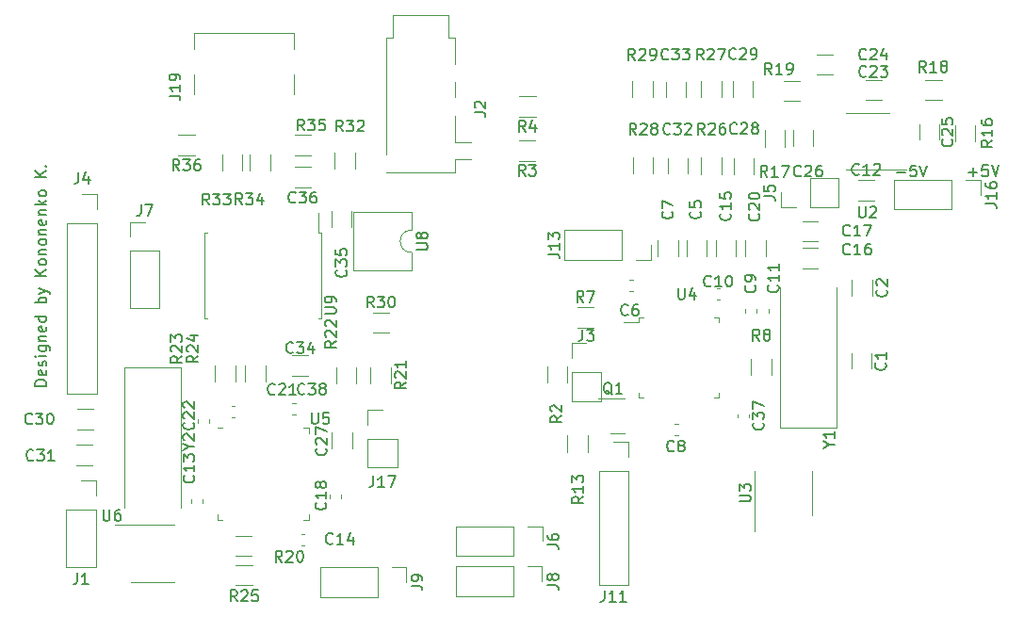
<source format=gbr>
G04 #@! TF.GenerationSoftware,KiCad,Pcbnew,(6.0.0)*
G04 #@! TF.CreationDate,2023-01-21T17:32:24+03:00*
G04 #@! TF.ProjectId,dspmodule,6473706d-6f64-4756-9c65-2e6b69636164,rev?*
G04 #@! TF.SameCoordinates,Original*
G04 #@! TF.FileFunction,Legend,Top*
G04 #@! TF.FilePolarity,Positive*
%FSLAX46Y46*%
G04 Gerber Fmt 4.6, Leading zero omitted, Abs format (unit mm)*
G04 Created by KiCad (PCBNEW (6.0.0)) date 2023-01-21 17:32:24*
%MOMM*%
%LPD*%
G01*
G04 APERTURE LIST*
%ADD10C,0.150000*%
%ADD11C,0.120000*%
G04 APERTURE END LIST*
D10*
X237604285Y-86701428D02*
X238366190Y-86701428D01*
X239318571Y-86082380D02*
X238842380Y-86082380D01*
X238794761Y-86558571D01*
X238842380Y-86510952D01*
X238937619Y-86463333D01*
X239175714Y-86463333D01*
X239270952Y-86510952D01*
X239318571Y-86558571D01*
X239366190Y-86653809D01*
X239366190Y-86891904D01*
X239318571Y-86987142D01*
X239270952Y-87034761D01*
X239175714Y-87082380D01*
X238937619Y-87082380D01*
X238842380Y-87034761D01*
X238794761Y-86987142D01*
X239651904Y-86082380D02*
X239985238Y-87082380D01*
X240318571Y-86082380D01*
X161162380Y-105900952D02*
X160162380Y-105900952D01*
X160162380Y-105662857D01*
X160210000Y-105520000D01*
X160305238Y-105424761D01*
X160400476Y-105377142D01*
X160590952Y-105329523D01*
X160733809Y-105329523D01*
X160924285Y-105377142D01*
X161019523Y-105424761D01*
X161114761Y-105520000D01*
X161162380Y-105662857D01*
X161162380Y-105900952D01*
X161114761Y-104520000D02*
X161162380Y-104615238D01*
X161162380Y-104805714D01*
X161114761Y-104900952D01*
X161019523Y-104948571D01*
X160638571Y-104948571D01*
X160543333Y-104900952D01*
X160495714Y-104805714D01*
X160495714Y-104615238D01*
X160543333Y-104520000D01*
X160638571Y-104472380D01*
X160733809Y-104472380D01*
X160829047Y-104948571D01*
X161114761Y-104091428D02*
X161162380Y-103996190D01*
X161162380Y-103805714D01*
X161114761Y-103710476D01*
X161019523Y-103662857D01*
X160971904Y-103662857D01*
X160876666Y-103710476D01*
X160829047Y-103805714D01*
X160829047Y-103948571D01*
X160781428Y-104043809D01*
X160686190Y-104091428D01*
X160638571Y-104091428D01*
X160543333Y-104043809D01*
X160495714Y-103948571D01*
X160495714Y-103805714D01*
X160543333Y-103710476D01*
X161162380Y-103234285D02*
X160495714Y-103234285D01*
X160162380Y-103234285D02*
X160210000Y-103281904D01*
X160257619Y-103234285D01*
X160210000Y-103186666D01*
X160162380Y-103234285D01*
X160257619Y-103234285D01*
X160495714Y-102329523D02*
X161305238Y-102329523D01*
X161400476Y-102377142D01*
X161448095Y-102424761D01*
X161495714Y-102520000D01*
X161495714Y-102662857D01*
X161448095Y-102758095D01*
X161114761Y-102329523D02*
X161162380Y-102424761D01*
X161162380Y-102615238D01*
X161114761Y-102710476D01*
X161067142Y-102758095D01*
X160971904Y-102805714D01*
X160686190Y-102805714D01*
X160590952Y-102758095D01*
X160543333Y-102710476D01*
X160495714Y-102615238D01*
X160495714Y-102424761D01*
X160543333Y-102329523D01*
X160495714Y-101853333D02*
X161162380Y-101853333D01*
X160590952Y-101853333D02*
X160543333Y-101805714D01*
X160495714Y-101710476D01*
X160495714Y-101567619D01*
X160543333Y-101472380D01*
X160638571Y-101424761D01*
X161162380Y-101424761D01*
X161114761Y-100567619D02*
X161162380Y-100662857D01*
X161162380Y-100853333D01*
X161114761Y-100948571D01*
X161019523Y-100996190D01*
X160638571Y-100996190D01*
X160543333Y-100948571D01*
X160495714Y-100853333D01*
X160495714Y-100662857D01*
X160543333Y-100567619D01*
X160638571Y-100520000D01*
X160733809Y-100520000D01*
X160829047Y-100996190D01*
X161162380Y-99662857D02*
X160162380Y-99662857D01*
X161114761Y-99662857D02*
X161162380Y-99758095D01*
X161162380Y-99948571D01*
X161114761Y-100043809D01*
X161067142Y-100091428D01*
X160971904Y-100139047D01*
X160686190Y-100139047D01*
X160590952Y-100091428D01*
X160543333Y-100043809D01*
X160495714Y-99948571D01*
X160495714Y-99758095D01*
X160543333Y-99662857D01*
X161162380Y-98424761D02*
X160162380Y-98424761D01*
X160543333Y-98424761D02*
X160495714Y-98329523D01*
X160495714Y-98139047D01*
X160543333Y-98043809D01*
X160590952Y-97996190D01*
X160686190Y-97948571D01*
X160971904Y-97948571D01*
X161067142Y-97996190D01*
X161114761Y-98043809D01*
X161162380Y-98139047D01*
X161162380Y-98329523D01*
X161114761Y-98424761D01*
X160495714Y-97615238D02*
X161162380Y-97377142D01*
X160495714Y-97139047D02*
X161162380Y-97377142D01*
X161400476Y-97472380D01*
X161448095Y-97520000D01*
X161495714Y-97615238D01*
X161162380Y-95996190D02*
X160162380Y-95996190D01*
X161162380Y-95424761D02*
X160590952Y-95853333D01*
X160162380Y-95424761D02*
X160733809Y-95996190D01*
X161162380Y-94853333D02*
X161114761Y-94948571D01*
X161067142Y-94996190D01*
X160971904Y-95043809D01*
X160686190Y-95043809D01*
X160590952Y-94996190D01*
X160543333Y-94948571D01*
X160495714Y-94853333D01*
X160495714Y-94710476D01*
X160543333Y-94615238D01*
X160590952Y-94567619D01*
X160686190Y-94520000D01*
X160971904Y-94520000D01*
X161067142Y-94567619D01*
X161114761Y-94615238D01*
X161162380Y-94710476D01*
X161162380Y-94853333D01*
X160495714Y-94091428D02*
X161162380Y-94091428D01*
X160590952Y-94091428D02*
X160543333Y-94043809D01*
X160495714Y-93948571D01*
X160495714Y-93805714D01*
X160543333Y-93710476D01*
X160638571Y-93662857D01*
X161162380Y-93662857D01*
X161162380Y-93043809D02*
X161114761Y-93139047D01*
X161067142Y-93186666D01*
X160971904Y-93234285D01*
X160686190Y-93234285D01*
X160590952Y-93186666D01*
X160543333Y-93139047D01*
X160495714Y-93043809D01*
X160495714Y-92900952D01*
X160543333Y-92805714D01*
X160590952Y-92758095D01*
X160686190Y-92710476D01*
X160971904Y-92710476D01*
X161067142Y-92758095D01*
X161114761Y-92805714D01*
X161162380Y-92900952D01*
X161162380Y-93043809D01*
X160495714Y-92281904D02*
X161162380Y-92281904D01*
X160590952Y-92281904D02*
X160543333Y-92234285D01*
X160495714Y-92139047D01*
X160495714Y-91996190D01*
X160543333Y-91900952D01*
X160638571Y-91853333D01*
X161162380Y-91853333D01*
X161114761Y-90996190D02*
X161162380Y-91091428D01*
X161162380Y-91281904D01*
X161114761Y-91377142D01*
X161019523Y-91424761D01*
X160638571Y-91424761D01*
X160543333Y-91377142D01*
X160495714Y-91281904D01*
X160495714Y-91091428D01*
X160543333Y-90996190D01*
X160638571Y-90948571D01*
X160733809Y-90948571D01*
X160829047Y-91424761D01*
X160495714Y-90520000D02*
X161162380Y-90520000D01*
X160590952Y-90520000D02*
X160543333Y-90472380D01*
X160495714Y-90377142D01*
X160495714Y-90234285D01*
X160543333Y-90139047D01*
X160638571Y-90091428D01*
X161162380Y-90091428D01*
X161162380Y-89615238D02*
X160162380Y-89615238D01*
X160781428Y-89520000D02*
X161162380Y-89234285D01*
X160495714Y-89234285D02*
X160876666Y-89615238D01*
X161162380Y-88662857D02*
X161114761Y-88758095D01*
X161067142Y-88805714D01*
X160971904Y-88853333D01*
X160686190Y-88853333D01*
X160590952Y-88805714D01*
X160543333Y-88758095D01*
X160495714Y-88662857D01*
X160495714Y-88520000D01*
X160543333Y-88424761D01*
X160590952Y-88377142D01*
X160686190Y-88329523D01*
X160971904Y-88329523D01*
X161067142Y-88377142D01*
X161114761Y-88424761D01*
X161162380Y-88520000D01*
X161162380Y-88662857D01*
X161162380Y-87139047D02*
X160162380Y-87139047D01*
X161162380Y-86567619D02*
X160590952Y-86996190D01*
X160162380Y-86567619D02*
X160733809Y-87139047D01*
X161067142Y-86139047D02*
X161114761Y-86091428D01*
X161162380Y-86139047D01*
X161114761Y-86186666D01*
X161067142Y-86139047D01*
X161162380Y-86139047D01*
X244074285Y-86681428D02*
X244836190Y-86681428D01*
X244455238Y-87062380D02*
X244455238Y-86300476D01*
X245788571Y-86062380D02*
X245312380Y-86062380D01*
X245264761Y-86538571D01*
X245312380Y-86490952D01*
X245407619Y-86443333D01*
X245645714Y-86443333D01*
X245740952Y-86490952D01*
X245788571Y-86538571D01*
X245836190Y-86633809D01*
X245836190Y-86871904D01*
X245788571Y-86967142D01*
X245740952Y-87014761D01*
X245645714Y-87062380D01*
X245407619Y-87062380D01*
X245312380Y-87014761D01*
X245264761Y-86967142D01*
X246121904Y-86062380D02*
X246455238Y-87062380D01*
X246788571Y-86062380D01*
X225642380Y-88863333D02*
X226356666Y-88863333D01*
X226499523Y-88910952D01*
X226594761Y-89006190D01*
X226642380Y-89149047D01*
X226642380Y-89244285D01*
X225642380Y-87910952D02*
X225642380Y-88387142D01*
X226118571Y-88434761D01*
X226070952Y-88387142D01*
X226023333Y-88291904D01*
X226023333Y-88053809D01*
X226070952Y-87958571D01*
X226118571Y-87910952D01*
X226213809Y-87863333D01*
X226451904Y-87863333D01*
X226547142Y-87910952D01*
X226594761Y-87958571D01*
X226642380Y-88053809D01*
X226642380Y-88291904D01*
X226594761Y-88387142D01*
X226547142Y-88434761D01*
X206282380Y-94059523D02*
X206996666Y-94059523D01*
X207139523Y-94107142D01*
X207234761Y-94202380D01*
X207282380Y-94345238D01*
X207282380Y-94440476D01*
X207282380Y-93059523D02*
X207282380Y-93630952D01*
X207282380Y-93345238D02*
X206282380Y-93345238D01*
X206425238Y-93440476D01*
X206520476Y-93535714D01*
X206568095Y-93630952D01*
X206282380Y-92726190D02*
X206282380Y-92107142D01*
X206663333Y-92440476D01*
X206663333Y-92297619D01*
X206710952Y-92202380D01*
X206758571Y-92154761D01*
X206853809Y-92107142D01*
X207091904Y-92107142D01*
X207187142Y-92154761D01*
X207234761Y-92202380D01*
X207282380Y-92297619D01*
X207282380Y-92583333D01*
X207234761Y-92678571D01*
X207187142Y-92726190D01*
X163946666Y-122732380D02*
X163946666Y-123446666D01*
X163899047Y-123589523D01*
X163803809Y-123684761D01*
X163660952Y-123732380D01*
X163565714Y-123732380D01*
X164946666Y-123732380D02*
X164375238Y-123732380D01*
X164660952Y-123732380D02*
X164660952Y-122732380D01*
X164565714Y-122875238D01*
X164470476Y-122970476D01*
X164375238Y-123018095D01*
X164046666Y-86712380D02*
X164046666Y-87426666D01*
X163999047Y-87569523D01*
X163903809Y-87664761D01*
X163760952Y-87712380D01*
X163665714Y-87712380D01*
X164951428Y-87045714D02*
X164951428Y-87712380D01*
X164713333Y-86664761D02*
X164475238Y-87379047D01*
X165094285Y-87379047D01*
X245572380Y-89529523D02*
X246286666Y-89529523D01*
X246429523Y-89577142D01*
X246524761Y-89672380D01*
X246572380Y-89815238D01*
X246572380Y-89910476D01*
X246572380Y-88529523D02*
X246572380Y-89100952D01*
X246572380Y-88815238D02*
X245572380Y-88815238D01*
X245715238Y-88910476D01*
X245810476Y-89005714D01*
X245858095Y-89100952D01*
X245572380Y-87672380D02*
X245572380Y-87862857D01*
X245620000Y-87958095D01*
X245667619Y-88005714D01*
X245810476Y-88100952D01*
X246000952Y-88148571D01*
X246381904Y-88148571D01*
X246477142Y-88100952D01*
X246524761Y-88053333D01*
X246572380Y-87958095D01*
X246572380Y-87767619D01*
X246524761Y-87672380D01*
X246477142Y-87624761D01*
X246381904Y-87577142D01*
X246143809Y-87577142D01*
X246048571Y-87624761D01*
X246000952Y-87672380D01*
X245953333Y-87767619D01*
X245953333Y-87958095D01*
X246000952Y-88053333D01*
X246048571Y-88100952D01*
X246143809Y-88148571D01*
X236547142Y-103846666D02*
X236594761Y-103894285D01*
X236642380Y-104037142D01*
X236642380Y-104132380D01*
X236594761Y-104275238D01*
X236499523Y-104370476D01*
X236404285Y-104418095D01*
X236213809Y-104465714D01*
X236070952Y-104465714D01*
X235880476Y-104418095D01*
X235785238Y-104370476D01*
X235690000Y-104275238D01*
X235642380Y-104132380D01*
X235642380Y-104037142D01*
X235690000Y-103894285D01*
X235737619Y-103846666D01*
X236642380Y-102894285D02*
X236642380Y-103465714D01*
X236642380Y-103180000D02*
X235642380Y-103180000D01*
X235785238Y-103275238D01*
X235880476Y-103370476D01*
X235928095Y-103465714D01*
X236657142Y-97259166D02*
X236704761Y-97306785D01*
X236752380Y-97449642D01*
X236752380Y-97544880D01*
X236704761Y-97687738D01*
X236609523Y-97782976D01*
X236514285Y-97830595D01*
X236323809Y-97878214D01*
X236180952Y-97878214D01*
X235990476Y-97830595D01*
X235895238Y-97782976D01*
X235800000Y-97687738D01*
X235752380Y-97544880D01*
X235752380Y-97449642D01*
X235800000Y-97306785D01*
X235847619Y-97259166D01*
X235847619Y-96878214D02*
X235800000Y-96830595D01*
X235752380Y-96735357D01*
X235752380Y-96497261D01*
X235800000Y-96402023D01*
X235847619Y-96354404D01*
X235942857Y-96306785D01*
X236038095Y-96306785D01*
X236180952Y-96354404D01*
X236752380Y-96925833D01*
X236752380Y-96306785D01*
X219907142Y-90236666D02*
X219954761Y-90284285D01*
X220002380Y-90427142D01*
X220002380Y-90522380D01*
X219954761Y-90665238D01*
X219859523Y-90760476D01*
X219764285Y-90808095D01*
X219573809Y-90855714D01*
X219430952Y-90855714D01*
X219240476Y-90808095D01*
X219145238Y-90760476D01*
X219050000Y-90665238D01*
X219002380Y-90522380D01*
X219002380Y-90427142D01*
X219050000Y-90284285D01*
X219097619Y-90236666D01*
X219002380Y-89331904D02*
X219002380Y-89808095D01*
X219478571Y-89855714D01*
X219430952Y-89808095D01*
X219383333Y-89712857D01*
X219383333Y-89474761D01*
X219430952Y-89379523D01*
X219478571Y-89331904D01*
X219573809Y-89284285D01*
X219811904Y-89284285D01*
X219907142Y-89331904D01*
X219954761Y-89379523D01*
X220002380Y-89474761D01*
X220002380Y-89712857D01*
X219954761Y-89808095D01*
X219907142Y-89855714D01*
X217387142Y-90236666D02*
X217434761Y-90284285D01*
X217482380Y-90427142D01*
X217482380Y-90522380D01*
X217434761Y-90665238D01*
X217339523Y-90760476D01*
X217244285Y-90808095D01*
X217053809Y-90855714D01*
X216910952Y-90855714D01*
X216720476Y-90808095D01*
X216625238Y-90760476D01*
X216530000Y-90665238D01*
X216482380Y-90522380D01*
X216482380Y-90427142D01*
X216530000Y-90284285D01*
X216577619Y-90236666D01*
X216482380Y-89903333D02*
X216482380Y-89236666D01*
X217482380Y-89665238D01*
X234199642Y-86847142D02*
X234152023Y-86894761D01*
X234009166Y-86942380D01*
X233913928Y-86942380D01*
X233771071Y-86894761D01*
X233675833Y-86799523D01*
X233628214Y-86704285D01*
X233580595Y-86513809D01*
X233580595Y-86370952D01*
X233628214Y-86180476D01*
X233675833Y-86085238D01*
X233771071Y-85990000D01*
X233913928Y-85942380D01*
X234009166Y-85942380D01*
X234152023Y-85990000D01*
X234199642Y-86037619D01*
X235152023Y-86942380D02*
X234580595Y-86942380D01*
X234866309Y-86942380D02*
X234866309Y-85942380D01*
X234771071Y-86085238D01*
X234675833Y-86180476D01*
X234580595Y-86228095D01*
X235532976Y-86037619D02*
X235580595Y-85990000D01*
X235675833Y-85942380D01*
X235913928Y-85942380D01*
X236009166Y-85990000D01*
X236056785Y-86037619D01*
X236104404Y-86132857D01*
X236104404Y-86228095D01*
X236056785Y-86370952D01*
X235485357Y-86942380D01*
X236104404Y-86942380D01*
X222597142Y-90402857D02*
X222644761Y-90450476D01*
X222692380Y-90593333D01*
X222692380Y-90688571D01*
X222644761Y-90831428D01*
X222549523Y-90926666D01*
X222454285Y-90974285D01*
X222263809Y-91021904D01*
X222120952Y-91021904D01*
X221930476Y-90974285D01*
X221835238Y-90926666D01*
X221740000Y-90831428D01*
X221692380Y-90688571D01*
X221692380Y-90593333D01*
X221740000Y-90450476D01*
X221787619Y-90402857D01*
X222692380Y-89450476D02*
X222692380Y-90021904D01*
X222692380Y-89736190D02*
X221692380Y-89736190D01*
X221835238Y-89831428D01*
X221930476Y-89926666D01*
X221978095Y-90021904D01*
X221692380Y-88545714D02*
X221692380Y-89021904D01*
X222168571Y-89069523D01*
X222120952Y-89021904D01*
X222073333Y-88926666D01*
X222073333Y-88688571D01*
X222120952Y-88593333D01*
X222168571Y-88545714D01*
X222263809Y-88498095D01*
X222501904Y-88498095D01*
X222597142Y-88545714D01*
X222644761Y-88593333D01*
X222692380Y-88688571D01*
X222692380Y-88926666D01*
X222644761Y-89021904D01*
X222597142Y-89069523D01*
X233387142Y-94017142D02*
X233339523Y-94064761D01*
X233196666Y-94112380D01*
X233101428Y-94112380D01*
X232958571Y-94064761D01*
X232863333Y-93969523D01*
X232815714Y-93874285D01*
X232768095Y-93683809D01*
X232768095Y-93540952D01*
X232815714Y-93350476D01*
X232863333Y-93255238D01*
X232958571Y-93160000D01*
X233101428Y-93112380D01*
X233196666Y-93112380D01*
X233339523Y-93160000D01*
X233387142Y-93207619D01*
X234339523Y-94112380D02*
X233768095Y-94112380D01*
X234053809Y-94112380D02*
X234053809Y-93112380D01*
X233958571Y-93255238D01*
X233863333Y-93350476D01*
X233768095Y-93398095D01*
X235196666Y-93112380D02*
X235006190Y-93112380D01*
X234910952Y-93160000D01*
X234863333Y-93207619D01*
X234768095Y-93350476D01*
X234720476Y-93540952D01*
X234720476Y-93921904D01*
X234768095Y-94017142D01*
X234815714Y-94064761D01*
X234910952Y-94112380D01*
X235101428Y-94112380D01*
X235196666Y-94064761D01*
X235244285Y-94017142D01*
X235291904Y-93921904D01*
X235291904Y-93683809D01*
X235244285Y-93588571D01*
X235196666Y-93540952D01*
X235101428Y-93493333D01*
X234910952Y-93493333D01*
X234815714Y-93540952D01*
X234768095Y-93588571D01*
X234720476Y-93683809D01*
X233387142Y-92327142D02*
X233339523Y-92374761D01*
X233196666Y-92422380D01*
X233101428Y-92422380D01*
X232958571Y-92374761D01*
X232863333Y-92279523D01*
X232815714Y-92184285D01*
X232768095Y-91993809D01*
X232768095Y-91850952D01*
X232815714Y-91660476D01*
X232863333Y-91565238D01*
X232958571Y-91470000D01*
X233101428Y-91422380D01*
X233196666Y-91422380D01*
X233339523Y-91470000D01*
X233387142Y-91517619D01*
X234339523Y-92422380D02*
X233768095Y-92422380D01*
X234053809Y-92422380D02*
X234053809Y-91422380D01*
X233958571Y-91565238D01*
X233863333Y-91660476D01*
X233768095Y-91708095D01*
X234672857Y-91422380D02*
X235339523Y-91422380D01*
X234910952Y-92422380D01*
X225187142Y-90452857D02*
X225234761Y-90500476D01*
X225282380Y-90643333D01*
X225282380Y-90738571D01*
X225234761Y-90881428D01*
X225139523Y-90976666D01*
X225044285Y-91024285D01*
X224853809Y-91071904D01*
X224710952Y-91071904D01*
X224520476Y-91024285D01*
X224425238Y-90976666D01*
X224330000Y-90881428D01*
X224282380Y-90738571D01*
X224282380Y-90643333D01*
X224330000Y-90500476D01*
X224377619Y-90452857D01*
X224377619Y-90071904D02*
X224330000Y-90024285D01*
X224282380Y-89929047D01*
X224282380Y-89690952D01*
X224330000Y-89595714D01*
X224377619Y-89548095D01*
X224472857Y-89500476D01*
X224568095Y-89500476D01*
X224710952Y-89548095D01*
X225282380Y-90119523D01*
X225282380Y-89500476D01*
X224282380Y-88881428D02*
X224282380Y-88786190D01*
X224330000Y-88690952D01*
X224377619Y-88643333D01*
X224472857Y-88595714D01*
X224663333Y-88548095D01*
X224901428Y-88548095D01*
X225091904Y-88595714D01*
X225187142Y-88643333D01*
X225234761Y-88690952D01*
X225282380Y-88786190D01*
X225282380Y-88881428D01*
X225234761Y-88976666D01*
X225187142Y-89024285D01*
X225091904Y-89071904D01*
X224901428Y-89119523D01*
X224663333Y-89119523D01*
X224472857Y-89071904D01*
X224377619Y-89024285D01*
X224330000Y-88976666D01*
X224282380Y-88881428D01*
X234837142Y-78047142D02*
X234789523Y-78094761D01*
X234646666Y-78142380D01*
X234551428Y-78142380D01*
X234408571Y-78094761D01*
X234313333Y-77999523D01*
X234265714Y-77904285D01*
X234218095Y-77713809D01*
X234218095Y-77570952D01*
X234265714Y-77380476D01*
X234313333Y-77285238D01*
X234408571Y-77190000D01*
X234551428Y-77142380D01*
X234646666Y-77142380D01*
X234789523Y-77190000D01*
X234837142Y-77237619D01*
X235218095Y-77237619D02*
X235265714Y-77190000D01*
X235360952Y-77142380D01*
X235599047Y-77142380D01*
X235694285Y-77190000D01*
X235741904Y-77237619D01*
X235789523Y-77332857D01*
X235789523Y-77428095D01*
X235741904Y-77570952D01*
X235170476Y-78142380D01*
X235789523Y-78142380D01*
X236122857Y-77142380D02*
X236741904Y-77142380D01*
X236408571Y-77523333D01*
X236551428Y-77523333D01*
X236646666Y-77570952D01*
X236694285Y-77618571D01*
X236741904Y-77713809D01*
X236741904Y-77951904D01*
X236694285Y-78047142D01*
X236646666Y-78094761D01*
X236551428Y-78142380D01*
X236265714Y-78142380D01*
X236170476Y-78094761D01*
X236122857Y-78047142D01*
X234837142Y-76497142D02*
X234789523Y-76544761D01*
X234646666Y-76592380D01*
X234551428Y-76592380D01*
X234408571Y-76544761D01*
X234313333Y-76449523D01*
X234265714Y-76354285D01*
X234218095Y-76163809D01*
X234218095Y-76020952D01*
X234265714Y-75830476D01*
X234313333Y-75735238D01*
X234408571Y-75640000D01*
X234551428Y-75592380D01*
X234646666Y-75592380D01*
X234789523Y-75640000D01*
X234837142Y-75687619D01*
X235218095Y-75687619D02*
X235265714Y-75640000D01*
X235360952Y-75592380D01*
X235599047Y-75592380D01*
X235694285Y-75640000D01*
X235741904Y-75687619D01*
X235789523Y-75782857D01*
X235789523Y-75878095D01*
X235741904Y-76020952D01*
X235170476Y-76592380D01*
X235789523Y-76592380D01*
X236646666Y-75925714D02*
X236646666Y-76592380D01*
X236408571Y-75544761D02*
X236170476Y-76259047D01*
X236789523Y-76259047D01*
X242537142Y-83742857D02*
X242584761Y-83790476D01*
X242632380Y-83933333D01*
X242632380Y-84028571D01*
X242584761Y-84171428D01*
X242489523Y-84266666D01*
X242394285Y-84314285D01*
X242203809Y-84361904D01*
X242060952Y-84361904D01*
X241870476Y-84314285D01*
X241775238Y-84266666D01*
X241680000Y-84171428D01*
X241632380Y-84028571D01*
X241632380Y-83933333D01*
X241680000Y-83790476D01*
X241727619Y-83742857D01*
X241727619Y-83361904D02*
X241680000Y-83314285D01*
X241632380Y-83219047D01*
X241632380Y-82980952D01*
X241680000Y-82885714D01*
X241727619Y-82838095D01*
X241822857Y-82790476D01*
X241918095Y-82790476D01*
X242060952Y-82838095D01*
X242632380Y-83409523D01*
X242632380Y-82790476D01*
X241632380Y-81885714D02*
X241632380Y-82361904D01*
X242108571Y-82409523D01*
X242060952Y-82361904D01*
X242013333Y-82266666D01*
X242013333Y-82028571D01*
X242060952Y-81933333D01*
X242108571Y-81885714D01*
X242203809Y-81838095D01*
X242441904Y-81838095D01*
X242537142Y-81885714D01*
X242584761Y-81933333D01*
X242632380Y-82028571D01*
X242632380Y-82266666D01*
X242584761Y-82361904D01*
X242537142Y-82409523D01*
X228987142Y-86997142D02*
X228939523Y-87044761D01*
X228796666Y-87092380D01*
X228701428Y-87092380D01*
X228558571Y-87044761D01*
X228463333Y-86949523D01*
X228415714Y-86854285D01*
X228368095Y-86663809D01*
X228368095Y-86520952D01*
X228415714Y-86330476D01*
X228463333Y-86235238D01*
X228558571Y-86140000D01*
X228701428Y-86092380D01*
X228796666Y-86092380D01*
X228939523Y-86140000D01*
X228987142Y-86187619D01*
X229368095Y-86187619D02*
X229415714Y-86140000D01*
X229510952Y-86092380D01*
X229749047Y-86092380D01*
X229844285Y-86140000D01*
X229891904Y-86187619D01*
X229939523Y-86282857D01*
X229939523Y-86378095D01*
X229891904Y-86520952D01*
X229320476Y-87092380D01*
X229939523Y-87092380D01*
X230796666Y-86092380D02*
X230606190Y-86092380D01*
X230510952Y-86140000D01*
X230463333Y-86187619D01*
X230368095Y-86330476D01*
X230320476Y-86520952D01*
X230320476Y-86901904D01*
X230368095Y-86997142D01*
X230415714Y-87044761D01*
X230510952Y-87092380D01*
X230701428Y-87092380D01*
X230796666Y-87044761D01*
X230844285Y-86997142D01*
X230891904Y-86901904D01*
X230891904Y-86663809D01*
X230844285Y-86568571D01*
X230796666Y-86520952D01*
X230701428Y-86473333D01*
X230510952Y-86473333D01*
X230415714Y-86520952D01*
X230368095Y-86568571D01*
X230320476Y-86663809D01*
X186287142Y-111532857D02*
X186334761Y-111580476D01*
X186382380Y-111723333D01*
X186382380Y-111818571D01*
X186334761Y-111961428D01*
X186239523Y-112056666D01*
X186144285Y-112104285D01*
X185953809Y-112151904D01*
X185810952Y-112151904D01*
X185620476Y-112104285D01*
X185525238Y-112056666D01*
X185430000Y-111961428D01*
X185382380Y-111818571D01*
X185382380Y-111723333D01*
X185430000Y-111580476D01*
X185477619Y-111532857D01*
X185477619Y-111151904D02*
X185430000Y-111104285D01*
X185382380Y-111009047D01*
X185382380Y-110770952D01*
X185430000Y-110675714D01*
X185477619Y-110628095D01*
X185572857Y-110580476D01*
X185668095Y-110580476D01*
X185810952Y-110628095D01*
X186382380Y-111199523D01*
X186382380Y-110580476D01*
X185382380Y-110247142D02*
X185382380Y-109580476D01*
X186382380Y-110009047D01*
X223227142Y-83167142D02*
X223179523Y-83214761D01*
X223036666Y-83262380D01*
X222941428Y-83262380D01*
X222798571Y-83214761D01*
X222703333Y-83119523D01*
X222655714Y-83024285D01*
X222608095Y-82833809D01*
X222608095Y-82690952D01*
X222655714Y-82500476D01*
X222703333Y-82405238D01*
X222798571Y-82310000D01*
X222941428Y-82262380D01*
X223036666Y-82262380D01*
X223179523Y-82310000D01*
X223227142Y-82357619D01*
X223608095Y-82357619D02*
X223655714Y-82310000D01*
X223750952Y-82262380D01*
X223989047Y-82262380D01*
X224084285Y-82310000D01*
X224131904Y-82357619D01*
X224179523Y-82452857D01*
X224179523Y-82548095D01*
X224131904Y-82690952D01*
X223560476Y-83262380D01*
X224179523Y-83262380D01*
X224750952Y-82690952D02*
X224655714Y-82643333D01*
X224608095Y-82595714D01*
X224560476Y-82500476D01*
X224560476Y-82452857D01*
X224608095Y-82357619D01*
X224655714Y-82310000D01*
X224750952Y-82262380D01*
X224941428Y-82262380D01*
X225036666Y-82310000D01*
X225084285Y-82357619D01*
X225131904Y-82452857D01*
X225131904Y-82500476D01*
X225084285Y-82595714D01*
X225036666Y-82643333D01*
X224941428Y-82690952D01*
X224750952Y-82690952D01*
X224655714Y-82738571D01*
X224608095Y-82786190D01*
X224560476Y-82881428D01*
X224560476Y-83071904D01*
X224608095Y-83167142D01*
X224655714Y-83214761D01*
X224750952Y-83262380D01*
X224941428Y-83262380D01*
X225036666Y-83214761D01*
X225084285Y-83167142D01*
X225131904Y-83071904D01*
X225131904Y-82881428D01*
X225084285Y-82786190D01*
X225036666Y-82738571D01*
X224941428Y-82690952D01*
X223117142Y-76457142D02*
X223069523Y-76504761D01*
X222926666Y-76552380D01*
X222831428Y-76552380D01*
X222688571Y-76504761D01*
X222593333Y-76409523D01*
X222545714Y-76314285D01*
X222498095Y-76123809D01*
X222498095Y-75980952D01*
X222545714Y-75790476D01*
X222593333Y-75695238D01*
X222688571Y-75600000D01*
X222831428Y-75552380D01*
X222926666Y-75552380D01*
X223069523Y-75600000D01*
X223117142Y-75647619D01*
X223498095Y-75647619D02*
X223545714Y-75600000D01*
X223640952Y-75552380D01*
X223879047Y-75552380D01*
X223974285Y-75600000D01*
X224021904Y-75647619D01*
X224069523Y-75742857D01*
X224069523Y-75838095D01*
X224021904Y-75980952D01*
X223450476Y-76552380D01*
X224069523Y-76552380D01*
X224545714Y-76552380D02*
X224736190Y-76552380D01*
X224831428Y-76504761D01*
X224879047Y-76457142D01*
X224974285Y-76314285D01*
X225021904Y-76123809D01*
X225021904Y-75742857D01*
X224974285Y-75647619D01*
X224926666Y-75600000D01*
X224831428Y-75552380D01*
X224640952Y-75552380D01*
X224545714Y-75600000D01*
X224498095Y-75647619D01*
X224450476Y-75742857D01*
X224450476Y-75980952D01*
X224498095Y-76076190D01*
X224545714Y-76123809D01*
X224640952Y-76171428D01*
X224831428Y-76171428D01*
X224926666Y-76123809D01*
X224974285Y-76076190D01*
X225021904Y-75980952D01*
X159887142Y-109257142D02*
X159839523Y-109304761D01*
X159696666Y-109352380D01*
X159601428Y-109352380D01*
X159458571Y-109304761D01*
X159363333Y-109209523D01*
X159315714Y-109114285D01*
X159268095Y-108923809D01*
X159268095Y-108780952D01*
X159315714Y-108590476D01*
X159363333Y-108495238D01*
X159458571Y-108400000D01*
X159601428Y-108352380D01*
X159696666Y-108352380D01*
X159839523Y-108400000D01*
X159887142Y-108447619D01*
X160220476Y-108352380D02*
X160839523Y-108352380D01*
X160506190Y-108733333D01*
X160649047Y-108733333D01*
X160744285Y-108780952D01*
X160791904Y-108828571D01*
X160839523Y-108923809D01*
X160839523Y-109161904D01*
X160791904Y-109257142D01*
X160744285Y-109304761D01*
X160649047Y-109352380D01*
X160363333Y-109352380D01*
X160268095Y-109304761D01*
X160220476Y-109257142D01*
X161458571Y-108352380D02*
X161553809Y-108352380D01*
X161649047Y-108400000D01*
X161696666Y-108447619D01*
X161744285Y-108542857D01*
X161791904Y-108733333D01*
X161791904Y-108971428D01*
X161744285Y-109161904D01*
X161696666Y-109257142D01*
X161649047Y-109304761D01*
X161553809Y-109352380D01*
X161458571Y-109352380D01*
X161363333Y-109304761D01*
X161315714Y-109257142D01*
X161268095Y-109161904D01*
X161220476Y-108971428D01*
X161220476Y-108733333D01*
X161268095Y-108542857D01*
X161315714Y-108447619D01*
X161363333Y-108400000D01*
X161458571Y-108352380D01*
X159987142Y-112537142D02*
X159939523Y-112584761D01*
X159796666Y-112632380D01*
X159701428Y-112632380D01*
X159558571Y-112584761D01*
X159463333Y-112489523D01*
X159415714Y-112394285D01*
X159368095Y-112203809D01*
X159368095Y-112060952D01*
X159415714Y-111870476D01*
X159463333Y-111775238D01*
X159558571Y-111680000D01*
X159701428Y-111632380D01*
X159796666Y-111632380D01*
X159939523Y-111680000D01*
X159987142Y-111727619D01*
X160320476Y-111632380D02*
X160939523Y-111632380D01*
X160606190Y-112013333D01*
X160749047Y-112013333D01*
X160844285Y-112060952D01*
X160891904Y-112108571D01*
X160939523Y-112203809D01*
X160939523Y-112441904D01*
X160891904Y-112537142D01*
X160844285Y-112584761D01*
X160749047Y-112632380D01*
X160463333Y-112632380D01*
X160368095Y-112584761D01*
X160320476Y-112537142D01*
X161891904Y-112632380D02*
X161320476Y-112632380D01*
X161606190Y-112632380D02*
X161606190Y-111632380D01*
X161510952Y-111775238D01*
X161415714Y-111870476D01*
X161320476Y-111918095D01*
X217237142Y-83207142D02*
X217189523Y-83254761D01*
X217046666Y-83302380D01*
X216951428Y-83302380D01*
X216808571Y-83254761D01*
X216713333Y-83159523D01*
X216665714Y-83064285D01*
X216618095Y-82873809D01*
X216618095Y-82730952D01*
X216665714Y-82540476D01*
X216713333Y-82445238D01*
X216808571Y-82350000D01*
X216951428Y-82302380D01*
X217046666Y-82302380D01*
X217189523Y-82350000D01*
X217237142Y-82397619D01*
X217570476Y-82302380D02*
X218189523Y-82302380D01*
X217856190Y-82683333D01*
X217999047Y-82683333D01*
X218094285Y-82730952D01*
X218141904Y-82778571D01*
X218189523Y-82873809D01*
X218189523Y-83111904D01*
X218141904Y-83207142D01*
X218094285Y-83254761D01*
X217999047Y-83302380D01*
X217713333Y-83302380D01*
X217618095Y-83254761D01*
X217570476Y-83207142D01*
X218570476Y-82397619D02*
X218618095Y-82350000D01*
X218713333Y-82302380D01*
X218951428Y-82302380D01*
X219046666Y-82350000D01*
X219094285Y-82397619D01*
X219141904Y-82492857D01*
X219141904Y-82588095D01*
X219094285Y-82730952D01*
X218522857Y-83302380D01*
X219141904Y-83302380D01*
X217057142Y-76497142D02*
X217009523Y-76544761D01*
X216866666Y-76592380D01*
X216771428Y-76592380D01*
X216628571Y-76544761D01*
X216533333Y-76449523D01*
X216485714Y-76354285D01*
X216438095Y-76163809D01*
X216438095Y-76020952D01*
X216485714Y-75830476D01*
X216533333Y-75735238D01*
X216628571Y-75640000D01*
X216771428Y-75592380D01*
X216866666Y-75592380D01*
X217009523Y-75640000D01*
X217057142Y-75687619D01*
X217390476Y-75592380D02*
X218009523Y-75592380D01*
X217676190Y-75973333D01*
X217819047Y-75973333D01*
X217914285Y-76020952D01*
X217961904Y-76068571D01*
X218009523Y-76163809D01*
X218009523Y-76401904D01*
X217961904Y-76497142D01*
X217914285Y-76544761D01*
X217819047Y-76592380D01*
X217533333Y-76592380D01*
X217438095Y-76544761D01*
X217390476Y-76497142D01*
X218342857Y-75592380D02*
X218961904Y-75592380D01*
X218628571Y-75973333D01*
X218771428Y-75973333D01*
X218866666Y-76020952D01*
X218914285Y-76068571D01*
X218961904Y-76163809D01*
X218961904Y-76401904D01*
X218914285Y-76497142D01*
X218866666Y-76544761D01*
X218771428Y-76592380D01*
X218485714Y-76592380D01*
X218390476Y-76544761D01*
X218342857Y-76497142D01*
X183337142Y-102867142D02*
X183289523Y-102914761D01*
X183146666Y-102962380D01*
X183051428Y-102962380D01*
X182908571Y-102914761D01*
X182813333Y-102819523D01*
X182765714Y-102724285D01*
X182718095Y-102533809D01*
X182718095Y-102390952D01*
X182765714Y-102200476D01*
X182813333Y-102105238D01*
X182908571Y-102010000D01*
X183051428Y-101962380D01*
X183146666Y-101962380D01*
X183289523Y-102010000D01*
X183337142Y-102057619D01*
X183670476Y-101962380D02*
X184289523Y-101962380D01*
X183956190Y-102343333D01*
X184099047Y-102343333D01*
X184194285Y-102390952D01*
X184241904Y-102438571D01*
X184289523Y-102533809D01*
X184289523Y-102771904D01*
X184241904Y-102867142D01*
X184194285Y-102914761D01*
X184099047Y-102962380D01*
X183813333Y-102962380D01*
X183718095Y-102914761D01*
X183670476Y-102867142D01*
X185146666Y-102295714D02*
X185146666Y-102962380D01*
X184908571Y-101914761D02*
X184670476Y-102629047D01*
X185289523Y-102629047D01*
X188087142Y-95482857D02*
X188134761Y-95530476D01*
X188182380Y-95673333D01*
X188182380Y-95768571D01*
X188134761Y-95911428D01*
X188039523Y-96006666D01*
X187944285Y-96054285D01*
X187753809Y-96101904D01*
X187610952Y-96101904D01*
X187420476Y-96054285D01*
X187325238Y-96006666D01*
X187230000Y-95911428D01*
X187182380Y-95768571D01*
X187182380Y-95673333D01*
X187230000Y-95530476D01*
X187277619Y-95482857D01*
X187182380Y-95149523D02*
X187182380Y-94530476D01*
X187563333Y-94863809D01*
X187563333Y-94720952D01*
X187610952Y-94625714D01*
X187658571Y-94578095D01*
X187753809Y-94530476D01*
X187991904Y-94530476D01*
X188087142Y-94578095D01*
X188134761Y-94625714D01*
X188182380Y-94720952D01*
X188182380Y-95006666D01*
X188134761Y-95101904D01*
X188087142Y-95149523D01*
X187182380Y-93625714D02*
X187182380Y-94101904D01*
X187658571Y-94149523D01*
X187610952Y-94101904D01*
X187563333Y-94006666D01*
X187563333Y-93768571D01*
X187610952Y-93673333D01*
X187658571Y-93625714D01*
X187753809Y-93578095D01*
X187991904Y-93578095D01*
X188087142Y-93625714D01*
X188134761Y-93673333D01*
X188182380Y-93768571D01*
X188182380Y-94006666D01*
X188134761Y-94101904D01*
X188087142Y-94149523D01*
X183554642Y-89357142D02*
X183507023Y-89404761D01*
X183364166Y-89452380D01*
X183268928Y-89452380D01*
X183126071Y-89404761D01*
X183030833Y-89309523D01*
X182983214Y-89214285D01*
X182935595Y-89023809D01*
X182935595Y-88880952D01*
X182983214Y-88690476D01*
X183030833Y-88595238D01*
X183126071Y-88500000D01*
X183268928Y-88452380D01*
X183364166Y-88452380D01*
X183507023Y-88500000D01*
X183554642Y-88547619D01*
X183887976Y-88452380D02*
X184507023Y-88452380D01*
X184173690Y-88833333D01*
X184316547Y-88833333D01*
X184411785Y-88880952D01*
X184459404Y-88928571D01*
X184507023Y-89023809D01*
X184507023Y-89261904D01*
X184459404Y-89357142D01*
X184411785Y-89404761D01*
X184316547Y-89452380D01*
X184030833Y-89452380D01*
X183935595Y-89404761D01*
X183887976Y-89357142D01*
X185364166Y-88452380D02*
X185173690Y-88452380D01*
X185078452Y-88500000D01*
X185030833Y-88547619D01*
X184935595Y-88690476D01*
X184887976Y-88880952D01*
X184887976Y-89261904D01*
X184935595Y-89357142D01*
X184983214Y-89404761D01*
X185078452Y-89452380D01*
X185268928Y-89452380D01*
X185364166Y-89404761D01*
X185411785Y-89357142D01*
X185459404Y-89261904D01*
X185459404Y-89023809D01*
X185411785Y-88928571D01*
X185364166Y-88880952D01*
X185268928Y-88833333D01*
X185078452Y-88833333D01*
X184983214Y-88880952D01*
X184935595Y-88928571D01*
X184887976Y-89023809D01*
X199632380Y-81338333D02*
X200346666Y-81338333D01*
X200489523Y-81385952D01*
X200584761Y-81481190D01*
X200632380Y-81624047D01*
X200632380Y-81719285D01*
X199727619Y-80909761D02*
X199680000Y-80862142D01*
X199632380Y-80766904D01*
X199632380Y-80528809D01*
X199680000Y-80433571D01*
X199727619Y-80385952D01*
X199822857Y-80338333D01*
X199918095Y-80338333D01*
X200060952Y-80385952D01*
X200632380Y-80957380D01*
X200632380Y-80338333D01*
X209356666Y-100842380D02*
X209356666Y-101556666D01*
X209309047Y-101699523D01*
X209213809Y-101794761D01*
X209070952Y-101842380D01*
X208975714Y-101842380D01*
X209737619Y-100842380D02*
X210356666Y-100842380D01*
X210023333Y-101223333D01*
X210166190Y-101223333D01*
X210261428Y-101270952D01*
X210309047Y-101318571D01*
X210356666Y-101413809D01*
X210356666Y-101651904D01*
X210309047Y-101747142D01*
X210261428Y-101794761D01*
X210166190Y-101842380D01*
X209880476Y-101842380D01*
X209785238Y-101794761D01*
X209737619Y-101747142D01*
X211340476Y-124282380D02*
X211340476Y-124996666D01*
X211292857Y-125139523D01*
X211197619Y-125234761D01*
X211054761Y-125282380D01*
X210959523Y-125282380D01*
X212340476Y-125282380D02*
X211769047Y-125282380D01*
X212054761Y-125282380D02*
X212054761Y-124282380D01*
X211959523Y-124425238D01*
X211864285Y-124520476D01*
X211769047Y-124568095D01*
X213292857Y-125282380D02*
X212721428Y-125282380D01*
X213007142Y-125282380D02*
X213007142Y-124282380D01*
X212911904Y-124425238D01*
X212816666Y-124520476D01*
X212721428Y-124568095D01*
X190550476Y-113992380D02*
X190550476Y-114706666D01*
X190502857Y-114849523D01*
X190407619Y-114944761D01*
X190264761Y-114992380D01*
X190169523Y-114992380D01*
X191550476Y-114992380D02*
X190979047Y-114992380D01*
X191264761Y-114992380D02*
X191264761Y-113992380D01*
X191169523Y-114135238D01*
X191074285Y-114230476D01*
X190979047Y-114278095D01*
X191883809Y-113992380D02*
X192550476Y-113992380D01*
X192121904Y-114992380D01*
X172202380Y-79829523D02*
X172916666Y-79829523D01*
X173059523Y-79877142D01*
X173154761Y-79972380D01*
X173202380Y-80115238D01*
X173202380Y-80210476D01*
X173202380Y-78829523D02*
X173202380Y-79400952D01*
X173202380Y-79115238D02*
X172202380Y-79115238D01*
X172345238Y-79210476D01*
X172440476Y-79305714D01*
X172488095Y-79400952D01*
X173202380Y-78353333D02*
X173202380Y-78162857D01*
X173154761Y-78067619D01*
X173107142Y-78020000D01*
X172964285Y-77924761D01*
X172773809Y-77877142D01*
X172392857Y-77877142D01*
X172297619Y-77924761D01*
X172250000Y-77972380D01*
X172202380Y-78067619D01*
X172202380Y-78258095D01*
X172250000Y-78353333D01*
X172297619Y-78400952D01*
X172392857Y-78448571D01*
X172630952Y-78448571D01*
X172726190Y-78400952D01*
X172773809Y-78353333D01*
X172821428Y-78258095D01*
X172821428Y-78067619D01*
X172773809Y-77972380D01*
X172726190Y-77924761D01*
X172630952Y-77877142D01*
X212004761Y-106697619D02*
X211909523Y-106650000D01*
X211814285Y-106554761D01*
X211671428Y-106411904D01*
X211576190Y-106364285D01*
X211480952Y-106364285D01*
X211528571Y-106602380D02*
X211433333Y-106554761D01*
X211338095Y-106459523D01*
X211290476Y-106269047D01*
X211290476Y-105935714D01*
X211338095Y-105745238D01*
X211433333Y-105650000D01*
X211528571Y-105602380D01*
X211719047Y-105602380D01*
X211814285Y-105650000D01*
X211909523Y-105745238D01*
X211957142Y-105935714D01*
X211957142Y-106269047D01*
X211909523Y-106459523D01*
X211814285Y-106554761D01*
X211719047Y-106602380D01*
X211528571Y-106602380D01*
X212909523Y-106602380D02*
X212338095Y-106602380D01*
X212623809Y-106602380D02*
X212623809Y-105602380D01*
X212528571Y-105745238D01*
X212433333Y-105840476D01*
X212338095Y-105888095D01*
X207482380Y-108596666D02*
X207006190Y-108930000D01*
X207482380Y-109168095D02*
X206482380Y-109168095D01*
X206482380Y-108787142D01*
X206530000Y-108691904D01*
X206577619Y-108644285D01*
X206672857Y-108596666D01*
X206815714Y-108596666D01*
X206910952Y-108644285D01*
X206958571Y-108691904D01*
X207006190Y-108787142D01*
X207006190Y-109168095D01*
X206577619Y-108215714D02*
X206530000Y-108168095D01*
X206482380Y-108072857D01*
X206482380Y-107834761D01*
X206530000Y-107739523D01*
X206577619Y-107691904D01*
X206672857Y-107644285D01*
X206768095Y-107644285D01*
X206910952Y-107691904D01*
X207482380Y-108263333D01*
X207482380Y-107644285D01*
X204205833Y-87022380D02*
X203872500Y-86546190D01*
X203634404Y-87022380D02*
X203634404Y-86022380D01*
X204015357Y-86022380D01*
X204110595Y-86070000D01*
X204158214Y-86117619D01*
X204205833Y-86212857D01*
X204205833Y-86355714D01*
X204158214Y-86450952D01*
X204110595Y-86498571D01*
X204015357Y-86546190D01*
X203634404Y-86546190D01*
X204539166Y-86022380D02*
X205158214Y-86022380D01*
X204824880Y-86403333D01*
X204967738Y-86403333D01*
X205062976Y-86450952D01*
X205110595Y-86498571D01*
X205158214Y-86593809D01*
X205158214Y-86831904D01*
X205110595Y-86927142D01*
X205062976Y-86974761D01*
X204967738Y-87022380D01*
X204682023Y-87022380D01*
X204586785Y-86974761D01*
X204539166Y-86927142D01*
X204240833Y-83062380D02*
X203907500Y-82586190D01*
X203669404Y-83062380D02*
X203669404Y-82062380D01*
X204050357Y-82062380D01*
X204145595Y-82110000D01*
X204193214Y-82157619D01*
X204240833Y-82252857D01*
X204240833Y-82395714D01*
X204193214Y-82490952D01*
X204145595Y-82538571D01*
X204050357Y-82586190D01*
X203669404Y-82586190D01*
X205097976Y-82395714D02*
X205097976Y-83062380D01*
X204859880Y-82014761D02*
X204621785Y-82729047D01*
X205240833Y-82729047D01*
X209433333Y-98372380D02*
X209100000Y-97896190D01*
X208861904Y-98372380D02*
X208861904Y-97372380D01*
X209242857Y-97372380D01*
X209338095Y-97420000D01*
X209385714Y-97467619D01*
X209433333Y-97562857D01*
X209433333Y-97705714D01*
X209385714Y-97800952D01*
X209338095Y-97848571D01*
X209242857Y-97896190D01*
X208861904Y-97896190D01*
X209766666Y-97372380D02*
X210433333Y-97372380D01*
X210004761Y-98372380D01*
X225253333Y-101832380D02*
X224920000Y-101356190D01*
X224681904Y-101832380D02*
X224681904Y-100832380D01*
X225062857Y-100832380D01*
X225158095Y-100880000D01*
X225205714Y-100927619D01*
X225253333Y-101022857D01*
X225253333Y-101165714D01*
X225205714Y-101260952D01*
X225158095Y-101308571D01*
X225062857Y-101356190D01*
X224681904Y-101356190D01*
X225824761Y-101260952D02*
X225729523Y-101213333D01*
X225681904Y-101165714D01*
X225634285Y-101070476D01*
X225634285Y-101022857D01*
X225681904Y-100927619D01*
X225729523Y-100880000D01*
X225824761Y-100832380D01*
X226015238Y-100832380D01*
X226110476Y-100880000D01*
X226158095Y-100927619D01*
X226205714Y-101022857D01*
X226205714Y-101070476D01*
X226158095Y-101165714D01*
X226110476Y-101213333D01*
X226015238Y-101260952D01*
X225824761Y-101260952D01*
X225729523Y-101308571D01*
X225681904Y-101356190D01*
X225634285Y-101451428D01*
X225634285Y-101641904D01*
X225681904Y-101737142D01*
X225729523Y-101784761D01*
X225824761Y-101832380D01*
X226015238Y-101832380D01*
X226110476Y-101784761D01*
X226158095Y-101737142D01*
X226205714Y-101641904D01*
X226205714Y-101451428D01*
X226158095Y-101356190D01*
X226110476Y-101308571D01*
X226015238Y-101260952D01*
X209432380Y-115852857D02*
X208956190Y-116186190D01*
X209432380Y-116424285D02*
X208432380Y-116424285D01*
X208432380Y-116043333D01*
X208480000Y-115948095D01*
X208527619Y-115900476D01*
X208622857Y-115852857D01*
X208765714Y-115852857D01*
X208860952Y-115900476D01*
X208908571Y-115948095D01*
X208956190Y-116043333D01*
X208956190Y-116424285D01*
X209432380Y-114900476D02*
X209432380Y-115471904D01*
X209432380Y-115186190D02*
X208432380Y-115186190D01*
X208575238Y-115281428D01*
X208670476Y-115376666D01*
X208718095Y-115471904D01*
X208432380Y-114567142D02*
X208432380Y-113948095D01*
X208813333Y-114281428D01*
X208813333Y-114138571D01*
X208860952Y-114043333D01*
X208908571Y-113995714D01*
X209003809Y-113948095D01*
X209241904Y-113948095D01*
X209337142Y-113995714D01*
X209384761Y-114043333D01*
X209432380Y-114138571D01*
X209432380Y-114424285D01*
X209384761Y-114519523D01*
X209337142Y-114567142D01*
X246182380Y-83822857D02*
X245706190Y-84156190D01*
X246182380Y-84394285D02*
X245182380Y-84394285D01*
X245182380Y-84013333D01*
X245230000Y-83918095D01*
X245277619Y-83870476D01*
X245372857Y-83822857D01*
X245515714Y-83822857D01*
X245610952Y-83870476D01*
X245658571Y-83918095D01*
X245706190Y-84013333D01*
X245706190Y-84394285D01*
X246182380Y-82870476D02*
X246182380Y-83441904D01*
X246182380Y-83156190D02*
X245182380Y-83156190D01*
X245325238Y-83251428D01*
X245420476Y-83346666D01*
X245468095Y-83441904D01*
X245182380Y-82013333D02*
X245182380Y-82203809D01*
X245230000Y-82299047D01*
X245277619Y-82346666D01*
X245420476Y-82441904D01*
X245610952Y-82489523D01*
X245991904Y-82489523D01*
X246087142Y-82441904D01*
X246134761Y-82394285D01*
X246182380Y-82299047D01*
X246182380Y-82108571D01*
X246134761Y-82013333D01*
X246087142Y-81965714D01*
X245991904Y-81918095D01*
X245753809Y-81918095D01*
X245658571Y-81965714D01*
X245610952Y-82013333D01*
X245563333Y-82108571D01*
X245563333Y-82299047D01*
X245610952Y-82394285D01*
X245658571Y-82441904D01*
X245753809Y-82489523D01*
X225957142Y-87112380D02*
X225623809Y-86636190D01*
X225385714Y-87112380D02*
X225385714Y-86112380D01*
X225766666Y-86112380D01*
X225861904Y-86160000D01*
X225909523Y-86207619D01*
X225957142Y-86302857D01*
X225957142Y-86445714D01*
X225909523Y-86540952D01*
X225861904Y-86588571D01*
X225766666Y-86636190D01*
X225385714Y-86636190D01*
X226909523Y-87112380D02*
X226338095Y-87112380D01*
X226623809Y-87112380D02*
X226623809Y-86112380D01*
X226528571Y-86255238D01*
X226433333Y-86350476D01*
X226338095Y-86398095D01*
X227242857Y-86112380D02*
X227909523Y-86112380D01*
X227480952Y-87112380D01*
X240227142Y-77702380D02*
X239893809Y-77226190D01*
X239655714Y-77702380D02*
X239655714Y-76702380D01*
X240036666Y-76702380D01*
X240131904Y-76750000D01*
X240179523Y-76797619D01*
X240227142Y-76892857D01*
X240227142Y-77035714D01*
X240179523Y-77130952D01*
X240131904Y-77178571D01*
X240036666Y-77226190D01*
X239655714Y-77226190D01*
X241179523Y-77702380D02*
X240608095Y-77702380D01*
X240893809Y-77702380D02*
X240893809Y-76702380D01*
X240798571Y-76845238D01*
X240703333Y-76940476D01*
X240608095Y-76988095D01*
X241750952Y-77130952D02*
X241655714Y-77083333D01*
X241608095Y-77035714D01*
X241560476Y-76940476D01*
X241560476Y-76892857D01*
X241608095Y-76797619D01*
X241655714Y-76750000D01*
X241750952Y-76702380D01*
X241941428Y-76702380D01*
X242036666Y-76750000D01*
X242084285Y-76797619D01*
X242131904Y-76892857D01*
X242131904Y-76940476D01*
X242084285Y-77035714D01*
X242036666Y-77083333D01*
X241941428Y-77130952D01*
X241750952Y-77130952D01*
X241655714Y-77178571D01*
X241608095Y-77226190D01*
X241560476Y-77321428D01*
X241560476Y-77511904D01*
X241608095Y-77607142D01*
X241655714Y-77654761D01*
X241750952Y-77702380D01*
X241941428Y-77702380D01*
X242036666Y-77654761D01*
X242084285Y-77607142D01*
X242131904Y-77511904D01*
X242131904Y-77321428D01*
X242084285Y-77226190D01*
X242036666Y-77178571D01*
X241941428Y-77130952D01*
X226357142Y-77892380D02*
X226023809Y-77416190D01*
X225785714Y-77892380D02*
X225785714Y-76892380D01*
X226166666Y-76892380D01*
X226261904Y-76940000D01*
X226309523Y-76987619D01*
X226357142Y-77082857D01*
X226357142Y-77225714D01*
X226309523Y-77320952D01*
X226261904Y-77368571D01*
X226166666Y-77416190D01*
X225785714Y-77416190D01*
X227309523Y-77892380D02*
X226738095Y-77892380D01*
X227023809Y-77892380D02*
X227023809Y-76892380D01*
X226928571Y-77035238D01*
X226833333Y-77130476D01*
X226738095Y-77178095D01*
X227785714Y-77892380D02*
X227976190Y-77892380D01*
X228071428Y-77844761D01*
X228119047Y-77797142D01*
X228214285Y-77654285D01*
X228261904Y-77463809D01*
X228261904Y-77082857D01*
X228214285Y-76987619D01*
X228166666Y-76940000D01*
X228071428Y-76892380D01*
X227880952Y-76892380D01*
X227785714Y-76940000D01*
X227738095Y-76987619D01*
X227690476Y-77082857D01*
X227690476Y-77320952D01*
X227738095Y-77416190D01*
X227785714Y-77463809D01*
X227880952Y-77511428D01*
X228071428Y-77511428D01*
X228166666Y-77463809D01*
X228214285Y-77416190D01*
X228261904Y-77320952D01*
X182347142Y-121732380D02*
X182013809Y-121256190D01*
X181775714Y-121732380D02*
X181775714Y-120732380D01*
X182156666Y-120732380D01*
X182251904Y-120780000D01*
X182299523Y-120827619D01*
X182347142Y-120922857D01*
X182347142Y-121065714D01*
X182299523Y-121160952D01*
X182251904Y-121208571D01*
X182156666Y-121256190D01*
X181775714Y-121256190D01*
X182728095Y-120827619D02*
X182775714Y-120780000D01*
X182870952Y-120732380D01*
X183109047Y-120732380D01*
X183204285Y-120780000D01*
X183251904Y-120827619D01*
X183299523Y-120922857D01*
X183299523Y-121018095D01*
X183251904Y-121160952D01*
X182680476Y-121732380D01*
X183299523Y-121732380D01*
X183918571Y-120732380D02*
X184013809Y-120732380D01*
X184109047Y-120780000D01*
X184156666Y-120827619D01*
X184204285Y-120922857D01*
X184251904Y-121113333D01*
X184251904Y-121351428D01*
X184204285Y-121541904D01*
X184156666Y-121637142D01*
X184109047Y-121684761D01*
X184013809Y-121732380D01*
X183918571Y-121732380D01*
X183823333Y-121684761D01*
X183775714Y-121637142D01*
X183728095Y-121541904D01*
X183680476Y-121351428D01*
X183680476Y-121113333D01*
X183728095Y-120922857D01*
X183775714Y-120827619D01*
X183823333Y-120780000D01*
X183918571Y-120732380D01*
X193472380Y-105575357D02*
X192996190Y-105908690D01*
X193472380Y-106146785D02*
X192472380Y-106146785D01*
X192472380Y-105765833D01*
X192520000Y-105670595D01*
X192567619Y-105622976D01*
X192662857Y-105575357D01*
X192805714Y-105575357D01*
X192900952Y-105622976D01*
X192948571Y-105670595D01*
X192996190Y-105765833D01*
X192996190Y-106146785D01*
X192567619Y-105194404D02*
X192520000Y-105146785D01*
X192472380Y-105051547D01*
X192472380Y-104813452D01*
X192520000Y-104718214D01*
X192567619Y-104670595D01*
X192662857Y-104622976D01*
X192758095Y-104622976D01*
X192900952Y-104670595D01*
X193472380Y-105242023D01*
X193472380Y-104622976D01*
X193472380Y-103670595D02*
X193472380Y-104242023D01*
X193472380Y-103956309D02*
X192472380Y-103956309D01*
X192615238Y-104051547D01*
X192710476Y-104146785D01*
X192758095Y-104242023D01*
X187222380Y-101872857D02*
X186746190Y-102206190D01*
X187222380Y-102444285D02*
X186222380Y-102444285D01*
X186222380Y-102063333D01*
X186270000Y-101968095D01*
X186317619Y-101920476D01*
X186412857Y-101872857D01*
X186555714Y-101872857D01*
X186650952Y-101920476D01*
X186698571Y-101968095D01*
X186746190Y-102063333D01*
X186746190Y-102444285D01*
X186317619Y-101491904D02*
X186270000Y-101444285D01*
X186222380Y-101349047D01*
X186222380Y-101110952D01*
X186270000Y-101015714D01*
X186317619Y-100968095D01*
X186412857Y-100920476D01*
X186508095Y-100920476D01*
X186650952Y-100968095D01*
X187222380Y-101539523D01*
X187222380Y-100920476D01*
X186317619Y-100539523D02*
X186270000Y-100491904D01*
X186222380Y-100396666D01*
X186222380Y-100158571D01*
X186270000Y-100063333D01*
X186317619Y-100015714D01*
X186412857Y-99968095D01*
X186508095Y-99968095D01*
X186650952Y-100015714D01*
X187222380Y-100587142D01*
X187222380Y-99968095D01*
X173352380Y-103222857D02*
X172876190Y-103556190D01*
X173352380Y-103794285D02*
X172352380Y-103794285D01*
X172352380Y-103413333D01*
X172400000Y-103318095D01*
X172447619Y-103270476D01*
X172542857Y-103222857D01*
X172685714Y-103222857D01*
X172780952Y-103270476D01*
X172828571Y-103318095D01*
X172876190Y-103413333D01*
X172876190Y-103794285D01*
X172447619Y-102841904D02*
X172400000Y-102794285D01*
X172352380Y-102699047D01*
X172352380Y-102460952D01*
X172400000Y-102365714D01*
X172447619Y-102318095D01*
X172542857Y-102270476D01*
X172638095Y-102270476D01*
X172780952Y-102318095D01*
X173352380Y-102889523D01*
X173352380Y-102270476D01*
X172352380Y-101937142D02*
X172352380Y-101318095D01*
X172733333Y-101651428D01*
X172733333Y-101508571D01*
X172780952Y-101413333D01*
X172828571Y-101365714D01*
X172923809Y-101318095D01*
X173161904Y-101318095D01*
X173257142Y-101365714D01*
X173304761Y-101413333D01*
X173352380Y-101508571D01*
X173352380Y-101794285D01*
X173304761Y-101889523D01*
X173257142Y-101937142D01*
X174802380Y-103202857D02*
X174326190Y-103536190D01*
X174802380Y-103774285D02*
X173802380Y-103774285D01*
X173802380Y-103393333D01*
X173850000Y-103298095D01*
X173897619Y-103250476D01*
X173992857Y-103202857D01*
X174135714Y-103202857D01*
X174230952Y-103250476D01*
X174278571Y-103298095D01*
X174326190Y-103393333D01*
X174326190Y-103774285D01*
X173897619Y-102821904D02*
X173850000Y-102774285D01*
X173802380Y-102679047D01*
X173802380Y-102440952D01*
X173850000Y-102345714D01*
X173897619Y-102298095D01*
X173992857Y-102250476D01*
X174088095Y-102250476D01*
X174230952Y-102298095D01*
X174802380Y-102869523D01*
X174802380Y-102250476D01*
X174135714Y-101393333D02*
X174802380Y-101393333D01*
X173754761Y-101631428D02*
X174469047Y-101869523D01*
X174469047Y-101250476D01*
X178307142Y-125262380D02*
X177973809Y-124786190D01*
X177735714Y-125262380D02*
X177735714Y-124262380D01*
X178116666Y-124262380D01*
X178211904Y-124310000D01*
X178259523Y-124357619D01*
X178307142Y-124452857D01*
X178307142Y-124595714D01*
X178259523Y-124690952D01*
X178211904Y-124738571D01*
X178116666Y-124786190D01*
X177735714Y-124786190D01*
X178688095Y-124357619D02*
X178735714Y-124310000D01*
X178830952Y-124262380D01*
X179069047Y-124262380D01*
X179164285Y-124310000D01*
X179211904Y-124357619D01*
X179259523Y-124452857D01*
X179259523Y-124548095D01*
X179211904Y-124690952D01*
X178640476Y-125262380D01*
X179259523Y-125262380D01*
X180164285Y-124262380D02*
X179688095Y-124262380D01*
X179640476Y-124738571D01*
X179688095Y-124690952D01*
X179783333Y-124643333D01*
X180021428Y-124643333D01*
X180116666Y-124690952D01*
X180164285Y-124738571D01*
X180211904Y-124833809D01*
X180211904Y-125071904D01*
X180164285Y-125167142D01*
X180116666Y-125214761D01*
X180021428Y-125262380D01*
X179783333Y-125262380D01*
X179688095Y-125214761D01*
X179640476Y-125167142D01*
X220317142Y-83292380D02*
X219983809Y-82816190D01*
X219745714Y-83292380D02*
X219745714Y-82292380D01*
X220126666Y-82292380D01*
X220221904Y-82340000D01*
X220269523Y-82387619D01*
X220317142Y-82482857D01*
X220317142Y-82625714D01*
X220269523Y-82720952D01*
X220221904Y-82768571D01*
X220126666Y-82816190D01*
X219745714Y-82816190D01*
X220698095Y-82387619D02*
X220745714Y-82340000D01*
X220840952Y-82292380D01*
X221079047Y-82292380D01*
X221174285Y-82340000D01*
X221221904Y-82387619D01*
X221269523Y-82482857D01*
X221269523Y-82578095D01*
X221221904Y-82720952D01*
X220650476Y-83292380D01*
X221269523Y-83292380D01*
X222126666Y-82292380D02*
X221936190Y-82292380D01*
X221840952Y-82340000D01*
X221793333Y-82387619D01*
X221698095Y-82530476D01*
X221650476Y-82720952D01*
X221650476Y-83101904D01*
X221698095Y-83197142D01*
X221745714Y-83244761D01*
X221840952Y-83292380D01*
X222031428Y-83292380D01*
X222126666Y-83244761D01*
X222174285Y-83197142D01*
X222221904Y-83101904D01*
X222221904Y-82863809D01*
X222174285Y-82768571D01*
X222126666Y-82720952D01*
X222031428Y-82673333D01*
X221840952Y-82673333D01*
X221745714Y-82720952D01*
X221698095Y-82768571D01*
X221650476Y-82863809D01*
X220227142Y-76592380D02*
X219893809Y-76116190D01*
X219655714Y-76592380D02*
X219655714Y-75592380D01*
X220036666Y-75592380D01*
X220131904Y-75640000D01*
X220179523Y-75687619D01*
X220227142Y-75782857D01*
X220227142Y-75925714D01*
X220179523Y-76020952D01*
X220131904Y-76068571D01*
X220036666Y-76116190D01*
X219655714Y-76116190D01*
X220608095Y-75687619D02*
X220655714Y-75640000D01*
X220750952Y-75592380D01*
X220989047Y-75592380D01*
X221084285Y-75640000D01*
X221131904Y-75687619D01*
X221179523Y-75782857D01*
X221179523Y-75878095D01*
X221131904Y-76020952D01*
X220560476Y-76592380D01*
X221179523Y-76592380D01*
X221512857Y-75592380D02*
X222179523Y-75592380D01*
X221750952Y-76592380D01*
X214177142Y-83322380D02*
X213843809Y-82846190D01*
X213605714Y-83322380D02*
X213605714Y-82322380D01*
X213986666Y-82322380D01*
X214081904Y-82370000D01*
X214129523Y-82417619D01*
X214177142Y-82512857D01*
X214177142Y-82655714D01*
X214129523Y-82750952D01*
X214081904Y-82798571D01*
X213986666Y-82846190D01*
X213605714Y-82846190D01*
X214558095Y-82417619D02*
X214605714Y-82370000D01*
X214700952Y-82322380D01*
X214939047Y-82322380D01*
X215034285Y-82370000D01*
X215081904Y-82417619D01*
X215129523Y-82512857D01*
X215129523Y-82608095D01*
X215081904Y-82750952D01*
X214510476Y-83322380D01*
X215129523Y-83322380D01*
X215700952Y-82750952D02*
X215605714Y-82703333D01*
X215558095Y-82655714D01*
X215510476Y-82560476D01*
X215510476Y-82512857D01*
X215558095Y-82417619D01*
X215605714Y-82370000D01*
X215700952Y-82322380D01*
X215891428Y-82322380D01*
X215986666Y-82370000D01*
X216034285Y-82417619D01*
X216081904Y-82512857D01*
X216081904Y-82560476D01*
X216034285Y-82655714D01*
X215986666Y-82703333D01*
X215891428Y-82750952D01*
X215700952Y-82750952D01*
X215605714Y-82798571D01*
X215558095Y-82846190D01*
X215510476Y-82941428D01*
X215510476Y-83131904D01*
X215558095Y-83227142D01*
X215605714Y-83274761D01*
X215700952Y-83322380D01*
X215891428Y-83322380D01*
X215986666Y-83274761D01*
X216034285Y-83227142D01*
X216081904Y-83131904D01*
X216081904Y-82941428D01*
X216034285Y-82846190D01*
X215986666Y-82798571D01*
X215891428Y-82750952D01*
X214067142Y-76612380D02*
X213733809Y-76136190D01*
X213495714Y-76612380D02*
X213495714Y-75612380D01*
X213876666Y-75612380D01*
X213971904Y-75660000D01*
X214019523Y-75707619D01*
X214067142Y-75802857D01*
X214067142Y-75945714D01*
X214019523Y-76040952D01*
X213971904Y-76088571D01*
X213876666Y-76136190D01*
X213495714Y-76136190D01*
X214448095Y-75707619D02*
X214495714Y-75660000D01*
X214590952Y-75612380D01*
X214829047Y-75612380D01*
X214924285Y-75660000D01*
X214971904Y-75707619D01*
X215019523Y-75802857D01*
X215019523Y-75898095D01*
X214971904Y-76040952D01*
X214400476Y-76612380D01*
X215019523Y-76612380D01*
X215495714Y-76612380D02*
X215686190Y-76612380D01*
X215781428Y-76564761D01*
X215829047Y-76517142D01*
X215924285Y-76374285D01*
X215971904Y-76183809D01*
X215971904Y-75802857D01*
X215924285Y-75707619D01*
X215876666Y-75660000D01*
X215781428Y-75612380D01*
X215590952Y-75612380D01*
X215495714Y-75660000D01*
X215448095Y-75707619D01*
X215400476Y-75802857D01*
X215400476Y-76040952D01*
X215448095Y-76136190D01*
X215495714Y-76183809D01*
X215590952Y-76231428D01*
X215781428Y-76231428D01*
X215876666Y-76183809D01*
X215924285Y-76136190D01*
X215971904Y-76040952D01*
X190579642Y-98852380D02*
X190246309Y-98376190D01*
X190008214Y-98852380D02*
X190008214Y-97852380D01*
X190389166Y-97852380D01*
X190484404Y-97900000D01*
X190532023Y-97947619D01*
X190579642Y-98042857D01*
X190579642Y-98185714D01*
X190532023Y-98280952D01*
X190484404Y-98328571D01*
X190389166Y-98376190D01*
X190008214Y-98376190D01*
X190912976Y-97852380D02*
X191532023Y-97852380D01*
X191198690Y-98233333D01*
X191341547Y-98233333D01*
X191436785Y-98280952D01*
X191484404Y-98328571D01*
X191532023Y-98423809D01*
X191532023Y-98661904D01*
X191484404Y-98757142D01*
X191436785Y-98804761D01*
X191341547Y-98852380D01*
X191055833Y-98852380D01*
X190960595Y-98804761D01*
X190912976Y-98757142D01*
X192151071Y-97852380D02*
X192246309Y-97852380D01*
X192341547Y-97900000D01*
X192389166Y-97947619D01*
X192436785Y-98042857D01*
X192484404Y-98233333D01*
X192484404Y-98471428D01*
X192436785Y-98661904D01*
X192389166Y-98757142D01*
X192341547Y-98804761D01*
X192246309Y-98852380D01*
X192151071Y-98852380D01*
X192055833Y-98804761D01*
X192008214Y-98757142D01*
X191960595Y-98661904D01*
X191912976Y-98471428D01*
X191912976Y-98233333D01*
X191960595Y-98042857D01*
X192008214Y-97947619D01*
X192055833Y-97900000D01*
X192151071Y-97852380D01*
X187807142Y-83022380D02*
X187473809Y-82546190D01*
X187235714Y-83022380D02*
X187235714Y-82022380D01*
X187616666Y-82022380D01*
X187711904Y-82070000D01*
X187759523Y-82117619D01*
X187807142Y-82212857D01*
X187807142Y-82355714D01*
X187759523Y-82450952D01*
X187711904Y-82498571D01*
X187616666Y-82546190D01*
X187235714Y-82546190D01*
X188140476Y-82022380D02*
X188759523Y-82022380D01*
X188426190Y-82403333D01*
X188569047Y-82403333D01*
X188664285Y-82450952D01*
X188711904Y-82498571D01*
X188759523Y-82593809D01*
X188759523Y-82831904D01*
X188711904Y-82927142D01*
X188664285Y-82974761D01*
X188569047Y-83022380D01*
X188283333Y-83022380D01*
X188188095Y-82974761D01*
X188140476Y-82927142D01*
X189140476Y-82117619D02*
X189188095Y-82070000D01*
X189283333Y-82022380D01*
X189521428Y-82022380D01*
X189616666Y-82070000D01*
X189664285Y-82117619D01*
X189711904Y-82212857D01*
X189711904Y-82308095D01*
X189664285Y-82450952D01*
X189092857Y-83022380D01*
X189711904Y-83022380D01*
X175807142Y-89632380D02*
X175473809Y-89156190D01*
X175235714Y-89632380D02*
X175235714Y-88632380D01*
X175616666Y-88632380D01*
X175711904Y-88680000D01*
X175759523Y-88727619D01*
X175807142Y-88822857D01*
X175807142Y-88965714D01*
X175759523Y-89060952D01*
X175711904Y-89108571D01*
X175616666Y-89156190D01*
X175235714Y-89156190D01*
X176140476Y-88632380D02*
X176759523Y-88632380D01*
X176426190Y-89013333D01*
X176569047Y-89013333D01*
X176664285Y-89060952D01*
X176711904Y-89108571D01*
X176759523Y-89203809D01*
X176759523Y-89441904D01*
X176711904Y-89537142D01*
X176664285Y-89584761D01*
X176569047Y-89632380D01*
X176283333Y-89632380D01*
X176188095Y-89584761D01*
X176140476Y-89537142D01*
X177092857Y-88632380D02*
X177711904Y-88632380D01*
X177378571Y-89013333D01*
X177521428Y-89013333D01*
X177616666Y-89060952D01*
X177664285Y-89108571D01*
X177711904Y-89203809D01*
X177711904Y-89441904D01*
X177664285Y-89537142D01*
X177616666Y-89584761D01*
X177521428Y-89632380D01*
X177235714Y-89632380D01*
X177140476Y-89584761D01*
X177092857Y-89537142D01*
X178767142Y-89602380D02*
X178433809Y-89126190D01*
X178195714Y-89602380D02*
X178195714Y-88602380D01*
X178576666Y-88602380D01*
X178671904Y-88650000D01*
X178719523Y-88697619D01*
X178767142Y-88792857D01*
X178767142Y-88935714D01*
X178719523Y-89030952D01*
X178671904Y-89078571D01*
X178576666Y-89126190D01*
X178195714Y-89126190D01*
X179100476Y-88602380D02*
X179719523Y-88602380D01*
X179386190Y-88983333D01*
X179529047Y-88983333D01*
X179624285Y-89030952D01*
X179671904Y-89078571D01*
X179719523Y-89173809D01*
X179719523Y-89411904D01*
X179671904Y-89507142D01*
X179624285Y-89554761D01*
X179529047Y-89602380D01*
X179243333Y-89602380D01*
X179148095Y-89554761D01*
X179100476Y-89507142D01*
X180576666Y-88935714D02*
X180576666Y-89602380D01*
X180338571Y-88554761D02*
X180100476Y-89269047D01*
X180719523Y-89269047D01*
X184337142Y-82942380D02*
X184003809Y-82466190D01*
X183765714Y-82942380D02*
X183765714Y-81942380D01*
X184146666Y-81942380D01*
X184241904Y-81990000D01*
X184289523Y-82037619D01*
X184337142Y-82132857D01*
X184337142Y-82275714D01*
X184289523Y-82370952D01*
X184241904Y-82418571D01*
X184146666Y-82466190D01*
X183765714Y-82466190D01*
X184670476Y-81942380D02*
X185289523Y-81942380D01*
X184956190Y-82323333D01*
X185099047Y-82323333D01*
X185194285Y-82370952D01*
X185241904Y-82418571D01*
X185289523Y-82513809D01*
X185289523Y-82751904D01*
X185241904Y-82847142D01*
X185194285Y-82894761D01*
X185099047Y-82942380D01*
X184813333Y-82942380D01*
X184718095Y-82894761D01*
X184670476Y-82847142D01*
X186194285Y-81942380D02*
X185718095Y-81942380D01*
X185670476Y-82418571D01*
X185718095Y-82370952D01*
X185813333Y-82323333D01*
X186051428Y-82323333D01*
X186146666Y-82370952D01*
X186194285Y-82418571D01*
X186241904Y-82513809D01*
X186241904Y-82751904D01*
X186194285Y-82847142D01*
X186146666Y-82894761D01*
X186051428Y-82942380D01*
X185813333Y-82942380D01*
X185718095Y-82894761D01*
X185670476Y-82847142D01*
X173117142Y-86542380D02*
X172783809Y-86066190D01*
X172545714Y-86542380D02*
X172545714Y-85542380D01*
X172926666Y-85542380D01*
X173021904Y-85590000D01*
X173069523Y-85637619D01*
X173117142Y-85732857D01*
X173117142Y-85875714D01*
X173069523Y-85970952D01*
X173021904Y-86018571D01*
X172926666Y-86066190D01*
X172545714Y-86066190D01*
X173450476Y-85542380D02*
X174069523Y-85542380D01*
X173736190Y-85923333D01*
X173879047Y-85923333D01*
X173974285Y-85970952D01*
X174021904Y-86018571D01*
X174069523Y-86113809D01*
X174069523Y-86351904D01*
X174021904Y-86447142D01*
X173974285Y-86494761D01*
X173879047Y-86542380D01*
X173593333Y-86542380D01*
X173498095Y-86494761D01*
X173450476Y-86447142D01*
X174926666Y-85542380D02*
X174736190Y-85542380D01*
X174640952Y-85590000D01*
X174593333Y-85637619D01*
X174498095Y-85780476D01*
X174450476Y-85970952D01*
X174450476Y-86351904D01*
X174498095Y-86447142D01*
X174545714Y-86494761D01*
X174640952Y-86542380D01*
X174831428Y-86542380D01*
X174926666Y-86494761D01*
X174974285Y-86447142D01*
X175021904Y-86351904D01*
X175021904Y-86113809D01*
X174974285Y-86018571D01*
X174926666Y-85970952D01*
X174831428Y-85923333D01*
X174640952Y-85923333D01*
X174545714Y-85970952D01*
X174498095Y-86018571D01*
X174450476Y-86113809D01*
X234208095Y-89782380D02*
X234208095Y-90591904D01*
X234255714Y-90687142D01*
X234303333Y-90734761D01*
X234398571Y-90782380D01*
X234589047Y-90782380D01*
X234684285Y-90734761D01*
X234731904Y-90687142D01*
X234779523Y-90591904D01*
X234779523Y-89782380D01*
X235208095Y-89877619D02*
X235255714Y-89830000D01*
X235350952Y-89782380D01*
X235589047Y-89782380D01*
X235684285Y-89830000D01*
X235731904Y-89877619D01*
X235779523Y-89972857D01*
X235779523Y-90068095D01*
X235731904Y-90210952D01*
X235160476Y-90782380D01*
X235779523Y-90782380D01*
X223467380Y-116306904D02*
X224276904Y-116306904D01*
X224372142Y-116259285D01*
X224419761Y-116211666D01*
X224467380Y-116116428D01*
X224467380Y-115925952D01*
X224419761Y-115830714D01*
X224372142Y-115783095D01*
X224276904Y-115735476D01*
X223467380Y-115735476D01*
X223467380Y-115354523D02*
X223467380Y-114735476D01*
X223848333Y-115068809D01*
X223848333Y-114925952D01*
X223895952Y-114830714D01*
X223943571Y-114783095D01*
X224038809Y-114735476D01*
X224276904Y-114735476D01*
X224372142Y-114783095D01*
X224419761Y-114830714D01*
X224467380Y-114925952D01*
X224467380Y-115211666D01*
X224419761Y-115306904D01*
X224372142Y-115354523D01*
X217958095Y-97122380D02*
X217958095Y-97931904D01*
X218005714Y-98027142D01*
X218053333Y-98074761D01*
X218148571Y-98122380D01*
X218339047Y-98122380D01*
X218434285Y-98074761D01*
X218481904Y-98027142D01*
X218529523Y-97931904D01*
X218529523Y-97122380D01*
X219434285Y-97455714D02*
X219434285Y-98122380D01*
X219196190Y-97074761D02*
X218958095Y-97789047D01*
X219577142Y-97789047D01*
X185008095Y-108322380D02*
X185008095Y-109131904D01*
X185055714Y-109227142D01*
X185103333Y-109274761D01*
X185198571Y-109322380D01*
X185389047Y-109322380D01*
X185484285Y-109274761D01*
X185531904Y-109227142D01*
X185579523Y-109131904D01*
X185579523Y-108322380D01*
X186531904Y-108322380D02*
X186055714Y-108322380D01*
X186008095Y-108798571D01*
X186055714Y-108750952D01*
X186150952Y-108703333D01*
X186389047Y-108703333D01*
X186484285Y-108750952D01*
X186531904Y-108798571D01*
X186579523Y-108893809D01*
X186579523Y-109131904D01*
X186531904Y-109227142D01*
X186484285Y-109274761D01*
X186389047Y-109322380D01*
X186150952Y-109322380D01*
X186055714Y-109274761D01*
X186008095Y-109227142D01*
X166288095Y-117022380D02*
X166288095Y-117831904D01*
X166335714Y-117927142D01*
X166383333Y-117974761D01*
X166478571Y-118022380D01*
X166669047Y-118022380D01*
X166764285Y-117974761D01*
X166811904Y-117927142D01*
X166859523Y-117831904D01*
X166859523Y-117022380D01*
X167764285Y-117022380D02*
X167573809Y-117022380D01*
X167478571Y-117070000D01*
X167430952Y-117117619D01*
X167335714Y-117260476D01*
X167288095Y-117450952D01*
X167288095Y-117831904D01*
X167335714Y-117927142D01*
X167383333Y-117974761D01*
X167478571Y-118022380D01*
X167669047Y-118022380D01*
X167764285Y-117974761D01*
X167811904Y-117927142D01*
X167859523Y-117831904D01*
X167859523Y-117593809D01*
X167811904Y-117498571D01*
X167764285Y-117450952D01*
X167669047Y-117403333D01*
X167478571Y-117403333D01*
X167383333Y-117450952D01*
X167335714Y-117498571D01*
X167288095Y-117593809D01*
X194422380Y-93671904D02*
X195231904Y-93671904D01*
X195327142Y-93624285D01*
X195374761Y-93576666D01*
X195422380Y-93481428D01*
X195422380Y-93290952D01*
X195374761Y-93195714D01*
X195327142Y-93148095D01*
X195231904Y-93100476D01*
X194422380Y-93100476D01*
X194850952Y-92481428D02*
X194803333Y-92576666D01*
X194755714Y-92624285D01*
X194660476Y-92671904D01*
X194612857Y-92671904D01*
X194517619Y-92624285D01*
X194470000Y-92576666D01*
X194422380Y-92481428D01*
X194422380Y-92290952D01*
X194470000Y-92195714D01*
X194517619Y-92148095D01*
X194612857Y-92100476D01*
X194660476Y-92100476D01*
X194755714Y-92148095D01*
X194803333Y-92195714D01*
X194850952Y-92290952D01*
X194850952Y-92481428D01*
X194898571Y-92576666D01*
X194946190Y-92624285D01*
X195041428Y-92671904D01*
X195231904Y-92671904D01*
X195327142Y-92624285D01*
X195374761Y-92576666D01*
X195422380Y-92481428D01*
X195422380Y-92290952D01*
X195374761Y-92195714D01*
X195327142Y-92148095D01*
X195231904Y-92100476D01*
X195041428Y-92100476D01*
X194946190Y-92148095D01*
X194898571Y-92195714D01*
X194850952Y-92290952D01*
X186192380Y-99421904D02*
X187001904Y-99421904D01*
X187097142Y-99374285D01*
X187144761Y-99326666D01*
X187192380Y-99231428D01*
X187192380Y-99040952D01*
X187144761Y-98945714D01*
X187097142Y-98898095D01*
X187001904Y-98850476D01*
X186192380Y-98850476D01*
X187192380Y-98326666D02*
X187192380Y-98136190D01*
X187144761Y-98040952D01*
X187097142Y-97993333D01*
X186954285Y-97898095D01*
X186763809Y-97850476D01*
X186382857Y-97850476D01*
X186287619Y-97898095D01*
X186240000Y-97945714D01*
X186192380Y-98040952D01*
X186192380Y-98231428D01*
X186240000Y-98326666D01*
X186287619Y-98374285D01*
X186382857Y-98421904D01*
X186620952Y-98421904D01*
X186716190Y-98374285D01*
X186763809Y-98326666D01*
X186811428Y-98231428D01*
X186811428Y-98040952D01*
X186763809Y-97945714D01*
X186716190Y-97898095D01*
X186620952Y-97850476D01*
X231506190Y-111186190D02*
X231982380Y-111186190D01*
X230982380Y-111519523D02*
X231506190Y-111186190D01*
X230982380Y-110852857D01*
X231982380Y-109995714D02*
X231982380Y-110567142D01*
X231982380Y-110281428D02*
X230982380Y-110281428D01*
X231125238Y-110376666D01*
X231220476Y-110471904D01*
X231268095Y-110567142D01*
X173986190Y-111396190D02*
X174462380Y-111396190D01*
X173462380Y-111729523D02*
X173986190Y-111396190D01*
X173462380Y-111062857D01*
X173557619Y-110777142D02*
X173510000Y-110729523D01*
X173462380Y-110634285D01*
X173462380Y-110396190D01*
X173510000Y-110300952D01*
X173557619Y-110253333D01*
X173652857Y-110205714D01*
X173748095Y-110205714D01*
X173890952Y-110253333D01*
X174462380Y-110824761D01*
X174462380Y-110205714D01*
X206212380Y-120193333D02*
X206926666Y-120193333D01*
X207069523Y-120240952D01*
X207164761Y-120336190D01*
X207212380Y-120479047D01*
X207212380Y-120574285D01*
X206212380Y-119288571D02*
X206212380Y-119479047D01*
X206260000Y-119574285D01*
X206307619Y-119621904D01*
X206450476Y-119717142D01*
X206640952Y-119764761D01*
X207021904Y-119764761D01*
X207117142Y-119717142D01*
X207164761Y-119669523D01*
X207212380Y-119574285D01*
X207212380Y-119383809D01*
X207164761Y-119288571D01*
X207117142Y-119240952D01*
X207021904Y-119193333D01*
X206783809Y-119193333D01*
X206688571Y-119240952D01*
X206640952Y-119288571D01*
X206593333Y-119383809D01*
X206593333Y-119574285D01*
X206640952Y-119669523D01*
X206688571Y-119717142D01*
X206783809Y-119764761D01*
X213433333Y-99477142D02*
X213385714Y-99524761D01*
X213242857Y-99572380D01*
X213147619Y-99572380D01*
X213004761Y-99524761D01*
X212909523Y-99429523D01*
X212861904Y-99334285D01*
X212814285Y-99143809D01*
X212814285Y-99000952D01*
X212861904Y-98810476D01*
X212909523Y-98715238D01*
X213004761Y-98620000D01*
X213147619Y-98572380D01*
X213242857Y-98572380D01*
X213385714Y-98620000D01*
X213433333Y-98667619D01*
X214290476Y-98572380D02*
X214100000Y-98572380D01*
X214004761Y-98620000D01*
X213957142Y-98667619D01*
X213861904Y-98810476D01*
X213814285Y-99000952D01*
X213814285Y-99381904D01*
X213861904Y-99477142D01*
X213909523Y-99524761D01*
X214004761Y-99572380D01*
X214195238Y-99572380D01*
X214290476Y-99524761D01*
X214338095Y-99477142D01*
X214385714Y-99381904D01*
X214385714Y-99143809D01*
X214338095Y-99048571D01*
X214290476Y-99000952D01*
X214195238Y-98953333D01*
X214004761Y-98953333D01*
X213909523Y-99000952D01*
X213861904Y-99048571D01*
X213814285Y-99143809D01*
X217563333Y-111717142D02*
X217515714Y-111764761D01*
X217372857Y-111812380D01*
X217277619Y-111812380D01*
X217134761Y-111764761D01*
X217039523Y-111669523D01*
X216991904Y-111574285D01*
X216944285Y-111383809D01*
X216944285Y-111240952D01*
X216991904Y-111050476D01*
X217039523Y-110955238D01*
X217134761Y-110860000D01*
X217277619Y-110812380D01*
X217372857Y-110812380D01*
X217515714Y-110860000D01*
X217563333Y-110907619D01*
X218134761Y-111240952D02*
X218039523Y-111193333D01*
X217991904Y-111145714D01*
X217944285Y-111050476D01*
X217944285Y-111002857D01*
X217991904Y-110907619D01*
X218039523Y-110860000D01*
X218134761Y-110812380D01*
X218325238Y-110812380D01*
X218420476Y-110860000D01*
X218468095Y-110907619D01*
X218515714Y-111002857D01*
X218515714Y-111050476D01*
X218468095Y-111145714D01*
X218420476Y-111193333D01*
X218325238Y-111240952D01*
X218134761Y-111240952D01*
X218039523Y-111288571D01*
X217991904Y-111336190D01*
X217944285Y-111431428D01*
X217944285Y-111621904D01*
X217991904Y-111717142D01*
X218039523Y-111764761D01*
X218134761Y-111812380D01*
X218325238Y-111812380D01*
X218420476Y-111764761D01*
X218468095Y-111717142D01*
X218515714Y-111621904D01*
X218515714Y-111431428D01*
X218468095Y-111336190D01*
X218420476Y-111288571D01*
X218325238Y-111240952D01*
X224847142Y-96886666D02*
X224894761Y-96934285D01*
X224942380Y-97077142D01*
X224942380Y-97172380D01*
X224894761Y-97315238D01*
X224799523Y-97410476D01*
X224704285Y-97458095D01*
X224513809Y-97505714D01*
X224370952Y-97505714D01*
X224180476Y-97458095D01*
X224085238Y-97410476D01*
X223990000Y-97315238D01*
X223942380Y-97172380D01*
X223942380Y-97077142D01*
X223990000Y-96934285D01*
X224037619Y-96886666D01*
X224942380Y-96410476D02*
X224942380Y-96220000D01*
X224894761Y-96124761D01*
X224847142Y-96077142D01*
X224704285Y-95981904D01*
X224513809Y-95934285D01*
X224132857Y-95934285D01*
X224037619Y-95981904D01*
X223990000Y-96029523D01*
X223942380Y-96124761D01*
X223942380Y-96315238D01*
X223990000Y-96410476D01*
X224037619Y-96458095D01*
X224132857Y-96505714D01*
X224370952Y-96505714D01*
X224466190Y-96458095D01*
X224513809Y-96410476D01*
X224561428Y-96315238D01*
X224561428Y-96124761D01*
X224513809Y-96029523D01*
X224466190Y-95981904D01*
X224370952Y-95934285D01*
X220897142Y-96907142D02*
X220849523Y-96954761D01*
X220706666Y-97002380D01*
X220611428Y-97002380D01*
X220468571Y-96954761D01*
X220373333Y-96859523D01*
X220325714Y-96764285D01*
X220278095Y-96573809D01*
X220278095Y-96430952D01*
X220325714Y-96240476D01*
X220373333Y-96145238D01*
X220468571Y-96050000D01*
X220611428Y-96002380D01*
X220706666Y-96002380D01*
X220849523Y-96050000D01*
X220897142Y-96097619D01*
X221849523Y-97002380D02*
X221278095Y-97002380D01*
X221563809Y-97002380D02*
X221563809Y-96002380D01*
X221468571Y-96145238D01*
X221373333Y-96240476D01*
X221278095Y-96288095D01*
X222468571Y-96002380D02*
X222563809Y-96002380D01*
X222659047Y-96050000D01*
X222706666Y-96097619D01*
X222754285Y-96192857D01*
X222801904Y-96383333D01*
X222801904Y-96621428D01*
X222754285Y-96811904D01*
X222706666Y-96907142D01*
X222659047Y-96954761D01*
X222563809Y-97002380D01*
X222468571Y-97002380D01*
X222373333Y-96954761D01*
X222325714Y-96907142D01*
X222278095Y-96811904D01*
X222230476Y-96621428D01*
X222230476Y-96383333D01*
X222278095Y-96192857D01*
X222325714Y-96097619D01*
X222373333Y-96050000D01*
X222468571Y-96002380D01*
X226887142Y-96862857D02*
X226934761Y-96910476D01*
X226982380Y-97053333D01*
X226982380Y-97148571D01*
X226934761Y-97291428D01*
X226839523Y-97386666D01*
X226744285Y-97434285D01*
X226553809Y-97481904D01*
X226410952Y-97481904D01*
X226220476Y-97434285D01*
X226125238Y-97386666D01*
X226030000Y-97291428D01*
X225982380Y-97148571D01*
X225982380Y-97053333D01*
X226030000Y-96910476D01*
X226077619Y-96862857D01*
X226982380Y-95910476D02*
X226982380Y-96481904D01*
X226982380Y-96196190D02*
X225982380Y-96196190D01*
X226125238Y-96291428D01*
X226220476Y-96386666D01*
X226268095Y-96481904D01*
X226982380Y-94958095D02*
X226982380Y-95529523D01*
X226982380Y-95243809D02*
X225982380Y-95243809D01*
X226125238Y-95339047D01*
X226220476Y-95434285D01*
X226268095Y-95529523D01*
X174377142Y-113962857D02*
X174424761Y-114010476D01*
X174472380Y-114153333D01*
X174472380Y-114248571D01*
X174424761Y-114391428D01*
X174329523Y-114486666D01*
X174234285Y-114534285D01*
X174043809Y-114581904D01*
X173900952Y-114581904D01*
X173710476Y-114534285D01*
X173615238Y-114486666D01*
X173520000Y-114391428D01*
X173472380Y-114248571D01*
X173472380Y-114153333D01*
X173520000Y-114010476D01*
X173567619Y-113962857D01*
X174472380Y-113010476D02*
X174472380Y-113581904D01*
X174472380Y-113296190D02*
X173472380Y-113296190D01*
X173615238Y-113391428D01*
X173710476Y-113486666D01*
X173758095Y-113581904D01*
X173472380Y-112677142D02*
X173472380Y-112058095D01*
X173853333Y-112391428D01*
X173853333Y-112248571D01*
X173900952Y-112153333D01*
X173948571Y-112105714D01*
X174043809Y-112058095D01*
X174281904Y-112058095D01*
X174377142Y-112105714D01*
X174424761Y-112153333D01*
X174472380Y-112248571D01*
X174472380Y-112534285D01*
X174424761Y-112629523D01*
X174377142Y-112677142D01*
X186907142Y-120037142D02*
X186859523Y-120084761D01*
X186716666Y-120132380D01*
X186621428Y-120132380D01*
X186478571Y-120084761D01*
X186383333Y-119989523D01*
X186335714Y-119894285D01*
X186288095Y-119703809D01*
X186288095Y-119560952D01*
X186335714Y-119370476D01*
X186383333Y-119275238D01*
X186478571Y-119180000D01*
X186621428Y-119132380D01*
X186716666Y-119132380D01*
X186859523Y-119180000D01*
X186907142Y-119227619D01*
X187859523Y-120132380D02*
X187288095Y-120132380D01*
X187573809Y-120132380D02*
X187573809Y-119132380D01*
X187478571Y-119275238D01*
X187383333Y-119370476D01*
X187288095Y-119418095D01*
X188716666Y-119465714D02*
X188716666Y-120132380D01*
X188478571Y-119084761D02*
X188240476Y-119799047D01*
X188859523Y-119799047D01*
X186237142Y-116392857D02*
X186284761Y-116440476D01*
X186332380Y-116583333D01*
X186332380Y-116678571D01*
X186284761Y-116821428D01*
X186189523Y-116916666D01*
X186094285Y-116964285D01*
X185903809Y-117011904D01*
X185760952Y-117011904D01*
X185570476Y-116964285D01*
X185475238Y-116916666D01*
X185380000Y-116821428D01*
X185332380Y-116678571D01*
X185332380Y-116583333D01*
X185380000Y-116440476D01*
X185427619Y-116392857D01*
X186332380Y-115440476D02*
X186332380Y-116011904D01*
X186332380Y-115726190D02*
X185332380Y-115726190D01*
X185475238Y-115821428D01*
X185570476Y-115916666D01*
X185618095Y-116011904D01*
X185760952Y-114869047D02*
X185713333Y-114964285D01*
X185665714Y-115011904D01*
X185570476Y-115059523D01*
X185522857Y-115059523D01*
X185427619Y-115011904D01*
X185380000Y-114964285D01*
X185332380Y-114869047D01*
X185332380Y-114678571D01*
X185380000Y-114583333D01*
X185427619Y-114535714D01*
X185522857Y-114488095D01*
X185570476Y-114488095D01*
X185665714Y-114535714D01*
X185713333Y-114583333D01*
X185760952Y-114678571D01*
X185760952Y-114869047D01*
X185808571Y-114964285D01*
X185856190Y-115011904D01*
X185951428Y-115059523D01*
X186141904Y-115059523D01*
X186237142Y-115011904D01*
X186284761Y-114964285D01*
X186332380Y-114869047D01*
X186332380Y-114678571D01*
X186284761Y-114583333D01*
X186237142Y-114535714D01*
X186141904Y-114488095D01*
X185951428Y-114488095D01*
X185856190Y-114535714D01*
X185808571Y-114583333D01*
X185760952Y-114678571D01*
X181687142Y-106617142D02*
X181639523Y-106664761D01*
X181496666Y-106712380D01*
X181401428Y-106712380D01*
X181258571Y-106664761D01*
X181163333Y-106569523D01*
X181115714Y-106474285D01*
X181068095Y-106283809D01*
X181068095Y-106140952D01*
X181115714Y-105950476D01*
X181163333Y-105855238D01*
X181258571Y-105760000D01*
X181401428Y-105712380D01*
X181496666Y-105712380D01*
X181639523Y-105760000D01*
X181687142Y-105807619D01*
X182068095Y-105807619D02*
X182115714Y-105760000D01*
X182210952Y-105712380D01*
X182449047Y-105712380D01*
X182544285Y-105760000D01*
X182591904Y-105807619D01*
X182639523Y-105902857D01*
X182639523Y-105998095D01*
X182591904Y-106140952D01*
X182020476Y-106712380D01*
X182639523Y-106712380D01*
X183591904Y-106712380D02*
X183020476Y-106712380D01*
X183306190Y-106712380D02*
X183306190Y-105712380D01*
X183210952Y-105855238D01*
X183115714Y-105950476D01*
X183020476Y-105998095D01*
X174367142Y-109212857D02*
X174414761Y-109260476D01*
X174462380Y-109403333D01*
X174462380Y-109498571D01*
X174414761Y-109641428D01*
X174319523Y-109736666D01*
X174224285Y-109784285D01*
X174033809Y-109831904D01*
X173890952Y-109831904D01*
X173700476Y-109784285D01*
X173605238Y-109736666D01*
X173510000Y-109641428D01*
X173462380Y-109498571D01*
X173462380Y-109403333D01*
X173510000Y-109260476D01*
X173557619Y-109212857D01*
X173557619Y-108831904D02*
X173510000Y-108784285D01*
X173462380Y-108689047D01*
X173462380Y-108450952D01*
X173510000Y-108355714D01*
X173557619Y-108308095D01*
X173652857Y-108260476D01*
X173748095Y-108260476D01*
X173890952Y-108308095D01*
X174462380Y-108879523D01*
X174462380Y-108260476D01*
X173557619Y-107879523D02*
X173510000Y-107831904D01*
X173462380Y-107736666D01*
X173462380Y-107498571D01*
X173510000Y-107403333D01*
X173557619Y-107355714D01*
X173652857Y-107308095D01*
X173748095Y-107308095D01*
X173890952Y-107355714D01*
X174462380Y-107927142D01*
X174462380Y-107308095D01*
X184387142Y-106587142D02*
X184339523Y-106634761D01*
X184196666Y-106682380D01*
X184101428Y-106682380D01*
X183958571Y-106634761D01*
X183863333Y-106539523D01*
X183815714Y-106444285D01*
X183768095Y-106253809D01*
X183768095Y-106110952D01*
X183815714Y-105920476D01*
X183863333Y-105825238D01*
X183958571Y-105730000D01*
X184101428Y-105682380D01*
X184196666Y-105682380D01*
X184339523Y-105730000D01*
X184387142Y-105777619D01*
X184720476Y-105682380D02*
X185339523Y-105682380D01*
X185006190Y-106063333D01*
X185149047Y-106063333D01*
X185244285Y-106110952D01*
X185291904Y-106158571D01*
X185339523Y-106253809D01*
X185339523Y-106491904D01*
X185291904Y-106587142D01*
X185244285Y-106634761D01*
X185149047Y-106682380D01*
X184863333Y-106682380D01*
X184768095Y-106634761D01*
X184720476Y-106587142D01*
X185910952Y-106110952D02*
X185815714Y-106063333D01*
X185768095Y-106015714D01*
X185720476Y-105920476D01*
X185720476Y-105872857D01*
X185768095Y-105777619D01*
X185815714Y-105730000D01*
X185910952Y-105682380D01*
X186101428Y-105682380D01*
X186196666Y-105730000D01*
X186244285Y-105777619D01*
X186291904Y-105872857D01*
X186291904Y-105920476D01*
X186244285Y-106015714D01*
X186196666Y-106063333D01*
X186101428Y-106110952D01*
X185910952Y-106110952D01*
X185815714Y-106158571D01*
X185768095Y-106206190D01*
X185720476Y-106301428D01*
X185720476Y-106491904D01*
X185768095Y-106587142D01*
X185815714Y-106634761D01*
X185910952Y-106682380D01*
X186101428Y-106682380D01*
X186196666Y-106634761D01*
X186244285Y-106587142D01*
X186291904Y-106491904D01*
X186291904Y-106301428D01*
X186244285Y-106206190D01*
X186196666Y-106158571D01*
X186101428Y-106110952D01*
X225557142Y-109222857D02*
X225604761Y-109270476D01*
X225652380Y-109413333D01*
X225652380Y-109508571D01*
X225604761Y-109651428D01*
X225509523Y-109746666D01*
X225414285Y-109794285D01*
X225223809Y-109841904D01*
X225080952Y-109841904D01*
X224890476Y-109794285D01*
X224795238Y-109746666D01*
X224700000Y-109651428D01*
X224652380Y-109508571D01*
X224652380Y-109413333D01*
X224700000Y-109270476D01*
X224747619Y-109222857D01*
X224652380Y-108889523D02*
X224652380Y-108270476D01*
X225033333Y-108603809D01*
X225033333Y-108460952D01*
X225080952Y-108365714D01*
X225128571Y-108318095D01*
X225223809Y-108270476D01*
X225461904Y-108270476D01*
X225557142Y-108318095D01*
X225604761Y-108365714D01*
X225652380Y-108460952D01*
X225652380Y-108746666D01*
X225604761Y-108841904D01*
X225557142Y-108889523D01*
X224652380Y-107937142D02*
X224652380Y-107270476D01*
X225652380Y-107699047D01*
X169666666Y-89622380D02*
X169666666Y-90336666D01*
X169619047Y-90479523D01*
X169523809Y-90574761D01*
X169380952Y-90622380D01*
X169285714Y-90622380D01*
X170047619Y-89622380D02*
X170714285Y-89622380D01*
X170285714Y-90622380D01*
X193962380Y-123883333D02*
X194676666Y-123883333D01*
X194819523Y-123930952D01*
X194914761Y-124026190D01*
X194962380Y-124169047D01*
X194962380Y-124264285D01*
X194962380Y-123359523D02*
X194962380Y-123169047D01*
X194914761Y-123073809D01*
X194867142Y-123026190D01*
X194724285Y-122930952D01*
X194533809Y-122883333D01*
X194152857Y-122883333D01*
X194057619Y-122930952D01*
X194010000Y-122978571D01*
X193962380Y-123073809D01*
X193962380Y-123264285D01*
X194010000Y-123359523D01*
X194057619Y-123407142D01*
X194152857Y-123454761D01*
X194390952Y-123454761D01*
X194486190Y-123407142D01*
X194533809Y-123359523D01*
X194581428Y-123264285D01*
X194581428Y-123073809D01*
X194533809Y-122978571D01*
X194486190Y-122930952D01*
X194390952Y-122883333D01*
X206167380Y-123803333D02*
X206881666Y-123803333D01*
X207024523Y-123850952D01*
X207119761Y-123946190D01*
X207167380Y-124089047D01*
X207167380Y-124184285D01*
X206595952Y-123184285D02*
X206548333Y-123279523D01*
X206500714Y-123327142D01*
X206405476Y-123374761D01*
X206357857Y-123374761D01*
X206262619Y-123327142D01*
X206215000Y-123279523D01*
X206167380Y-123184285D01*
X206167380Y-122993809D01*
X206215000Y-122898571D01*
X206262619Y-122850952D01*
X206357857Y-122803333D01*
X206405476Y-122803333D01*
X206500714Y-122850952D01*
X206548333Y-122898571D01*
X206595952Y-122993809D01*
X206595952Y-123184285D01*
X206643571Y-123279523D01*
X206691190Y-123327142D01*
X206786428Y-123374761D01*
X206976904Y-123374761D01*
X207072142Y-123327142D01*
X207119761Y-123279523D01*
X207167380Y-123184285D01*
X207167380Y-122993809D01*
X207119761Y-122898571D01*
X207072142Y-122850952D01*
X206976904Y-122803333D01*
X206786428Y-122803333D01*
X206691190Y-122850952D01*
X206643571Y-122898571D01*
X206595952Y-122993809D01*
D11*
X228520000Y-89860000D02*
X227190000Y-89860000D01*
X229790000Y-89860000D02*
X232390000Y-89860000D01*
X227190000Y-89860000D02*
X227190000Y-88530000D01*
X232390000Y-89860000D02*
X232390000Y-87200000D01*
X229790000Y-89860000D02*
X229790000Y-87200000D01*
X229790000Y-87200000D02*
X232390000Y-87200000D01*
X215480000Y-94580000D02*
X214150000Y-94580000D01*
X212880000Y-94580000D02*
X207740000Y-94580000D01*
X207740000Y-91920000D02*
X207740000Y-94580000D01*
X215480000Y-93250000D02*
X215480000Y-94580000D01*
X212880000Y-91920000D02*
X212880000Y-94580000D01*
X212880000Y-91920000D02*
X207740000Y-91920000D01*
X162960000Y-117010000D02*
X165620000Y-117010000D01*
X165620000Y-117010000D02*
X165620000Y-122150000D01*
X162960000Y-117010000D02*
X162960000Y-122150000D01*
X164290000Y-114410000D02*
X165620000Y-114410000D01*
X162960000Y-122150000D02*
X165620000Y-122150000D01*
X165620000Y-114410000D02*
X165620000Y-115740000D01*
X165710000Y-88700000D02*
X165710000Y-90030000D01*
X163050000Y-106600000D02*
X165710000Y-106600000D01*
X163050000Y-91300000D02*
X163050000Y-106600000D01*
X165710000Y-91300000D02*
X165710000Y-106600000D01*
X164380000Y-88700000D02*
X165710000Y-88700000D01*
X163050000Y-91300000D02*
X165710000Y-91300000D01*
X242520000Y-87390000D02*
X242520000Y-90050000D01*
X242520000Y-87390000D02*
X237380000Y-87390000D01*
X245120000Y-87390000D02*
X245120000Y-88720000D01*
X237380000Y-87390000D02*
X237380000Y-90050000D01*
X243790000Y-87390000D02*
X245120000Y-87390000D01*
X242520000Y-90050000D02*
X237380000Y-90050000D01*
X235320000Y-104358752D02*
X235320000Y-102936248D01*
X233500000Y-104358752D02*
X233500000Y-102936248D01*
X235360000Y-96381248D02*
X235360000Y-97803752D01*
X233540000Y-96381248D02*
X233540000Y-97803752D01*
X220510000Y-92811248D02*
X220510000Y-94233752D01*
X218690000Y-92811248D02*
X218690000Y-94233752D01*
X216120000Y-92831248D02*
X216120000Y-94253752D01*
X217940000Y-92831248D02*
X217940000Y-94253752D01*
X234131248Y-89250000D02*
X235553752Y-89250000D01*
X234131248Y-87430000D02*
X235553752Y-87430000D01*
X221340000Y-92851248D02*
X221340000Y-94273752D01*
X223160000Y-92851248D02*
X223160000Y-94273752D01*
X229098748Y-93530000D02*
X230521252Y-93530000D01*
X229098748Y-95350000D02*
X230521252Y-95350000D01*
X229098748Y-91100000D02*
X230521252Y-91100000D01*
X229098748Y-92920000D02*
X230521252Y-92920000D01*
X224000000Y-92851248D02*
X224000000Y-94273752D01*
X225820000Y-92851248D02*
X225820000Y-94273752D01*
X234811248Y-78380000D02*
X236233752Y-78380000D01*
X234811248Y-80200000D02*
X236233752Y-80200000D01*
X231818752Y-76130000D02*
X230396248Y-76130000D01*
X231818752Y-77950000D02*
X230396248Y-77950000D01*
X239630000Y-82371248D02*
X239630000Y-83793752D01*
X241450000Y-82371248D02*
X241450000Y-83793752D01*
X230070000Y-82946248D02*
X230070000Y-84368752D01*
X228250000Y-82946248D02*
X228250000Y-84368752D01*
X186830000Y-110088748D02*
X186830000Y-111511252D01*
X188650000Y-110088748D02*
X188650000Y-111511252D01*
X222920000Y-86848752D02*
X222920000Y-85426248D01*
X224740000Y-86848752D02*
X224740000Y-85426248D01*
X222840000Y-79933752D02*
X222840000Y-78511248D01*
X224660000Y-79933752D02*
X224660000Y-78511248D01*
X165348752Y-109810000D02*
X163926248Y-109810000D01*
X165348752Y-107990000D02*
X163926248Y-107990000D01*
X165308752Y-111220000D02*
X163886248Y-111220000D01*
X165308752Y-113040000D02*
X163886248Y-113040000D01*
X217000000Y-85408748D02*
X217000000Y-86831252D01*
X218820000Y-85408748D02*
X218820000Y-86831252D01*
X218670000Y-79971252D02*
X218670000Y-78548748D01*
X216850000Y-79971252D02*
X216850000Y-78548748D01*
X183288748Y-103170000D02*
X184711252Y-103170000D01*
X183288748Y-104990000D02*
X184711252Y-104990000D01*
X186790000Y-91628752D02*
X186790000Y-90206248D01*
X188610000Y-91628752D02*
X188610000Y-90206248D01*
X184908752Y-86240000D02*
X183486248Y-86240000D01*
X184908752Y-88060000D02*
X183486248Y-88060000D01*
X197930000Y-85555000D02*
X197930000Y-86680000D01*
X192330000Y-74580000D02*
X192330000Y-72580000D01*
X192330000Y-74580000D02*
X191730000Y-74580000D01*
X197930000Y-74580000D02*
X197330000Y-74580000D01*
X197930000Y-74580000D02*
X197930000Y-76955000D01*
X197930000Y-78605000D02*
X197930000Y-79955000D01*
X197930000Y-84005000D02*
X199330000Y-84005000D01*
X197930000Y-85555000D02*
X199330000Y-85555000D01*
X197330000Y-74580000D02*
X197330000Y-72580000D01*
X191730000Y-86680000D02*
X197930000Y-86680000D01*
X191730000Y-85105000D02*
X191730000Y-74580000D01*
X197930000Y-81605000D02*
X197930000Y-84005000D01*
X197330000Y-72580000D02*
X192330000Y-72580000D01*
X208360000Y-104670000D02*
X208360000Y-107270000D01*
X208360000Y-103400000D02*
X208360000Y-102070000D01*
X211020000Y-104670000D02*
X211020000Y-107270000D01*
X208360000Y-102070000D02*
X209690000Y-102070000D01*
X208360000Y-104670000D02*
X211020000Y-104670000D01*
X208360000Y-107270000D02*
X211020000Y-107270000D01*
X213480000Y-110940000D02*
X213480000Y-112270000D01*
X210820000Y-113540000D02*
X213480000Y-113540000D01*
X212150000Y-110940000D02*
X213480000Y-110940000D01*
X213480000Y-113540000D02*
X213480000Y-123760000D01*
X210820000Y-123760000D02*
X213480000Y-123760000D01*
X210820000Y-113540000D02*
X210820000Y-123760000D01*
X190030000Y-108050000D02*
X191360000Y-108050000D01*
X190030000Y-110650000D02*
X192690000Y-110650000D01*
X192690000Y-110650000D02*
X192690000Y-113250000D01*
X190030000Y-109380000D02*
X190030000Y-108050000D01*
X190030000Y-110650000D02*
X190030000Y-113250000D01*
X190030000Y-113250000D02*
X192690000Y-113250000D01*
X174440000Y-79700000D02*
X174440000Y-77900000D01*
X174440000Y-74190000D02*
X183380000Y-74190000D01*
X174440000Y-74190000D02*
X174440000Y-75650000D01*
X183380000Y-79700000D02*
X183380000Y-77900000D01*
X183380000Y-74190000D02*
X183380000Y-75650000D01*
X212480000Y-107050000D02*
X213130000Y-107050000D01*
X212480000Y-110170000D02*
X211830000Y-110170000D01*
X212480000Y-110170000D02*
X213130000Y-110170000D01*
X212480000Y-107050000D02*
X210805000Y-107050000D01*
X206160000Y-104150436D02*
X206160000Y-105604564D01*
X207980000Y-104150436D02*
X207980000Y-105604564D01*
X205099564Y-83840000D02*
X203645436Y-83840000D01*
X205099564Y-85660000D02*
X203645436Y-85660000D01*
X205134564Y-81700000D02*
X203680436Y-81700000D01*
X205134564Y-79880000D02*
X203680436Y-79880000D01*
X208872936Y-98830000D02*
X210327064Y-98830000D01*
X208872936Y-100650000D02*
X210327064Y-100650000D01*
X226310000Y-103480436D02*
X226310000Y-104934564D01*
X224490000Y-103480436D02*
X224490000Y-104934564D01*
X209830000Y-110380436D02*
X209830000Y-111834564D01*
X208010000Y-110380436D02*
X208010000Y-111834564D01*
X244660000Y-83927064D02*
X244660000Y-82472936D01*
X242840000Y-83927064D02*
X242840000Y-82472936D01*
X227540000Y-84399564D02*
X227540000Y-82945436D01*
X225720000Y-84399564D02*
X225720000Y-82945436D01*
X241634564Y-78380000D02*
X240180436Y-78380000D01*
X241634564Y-80200000D02*
X240180436Y-80200000D01*
X227412936Y-80320000D02*
X228867064Y-80320000D01*
X227412936Y-78500000D02*
X228867064Y-78500000D01*
X178180436Y-121200000D02*
X179634564Y-121200000D01*
X178180436Y-119380000D02*
X179634564Y-119380000D01*
X190290000Y-104205436D02*
X190290000Y-105659564D01*
X192110000Y-104205436D02*
X192110000Y-105659564D01*
X187190000Y-104225436D02*
X187190000Y-105679564D01*
X189010000Y-104225436D02*
X189010000Y-105679564D01*
X176340000Y-104072936D02*
X176340000Y-105527064D01*
X178160000Y-104072936D02*
X178160000Y-105527064D01*
X180870000Y-104070436D02*
X180870000Y-105524564D01*
X179050000Y-104070436D02*
X179050000Y-105524564D01*
X178200436Y-121980000D02*
X179654564Y-121980000D01*
X178200436Y-123800000D02*
X179654564Y-123800000D01*
X221850000Y-86849564D02*
X221850000Y-85395436D01*
X220030000Y-86849564D02*
X220030000Y-85395436D01*
X220020000Y-79977064D02*
X220020000Y-78522936D01*
X221840000Y-79977064D02*
X221840000Y-78522936D01*
X215680000Y-85372936D02*
X215680000Y-86827064D01*
X213860000Y-85372936D02*
X213860000Y-86827064D01*
X215650000Y-79977064D02*
X215650000Y-78522936D01*
X213830000Y-79977064D02*
X213830000Y-78522936D01*
X190495436Y-99310000D02*
X191949564Y-99310000D01*
X190495436Y-101130000D02*
X191949564Y-101130000D01*
X188880000Y-84940436D02*
X188880000Y-86394564D01*
X187060000Y-84940436D02*
X187060000Y-86394564D01*
X176950000Y-85070436D02*
X176950000Y-86524564D01*
X178770000Y-85070436D02*
X178770000Y-86524564D01*
X181270000Y-85090436D02*
X181270000Y-86544564D01*
X179450000Y-85090436D02*
X179450000Y-86544564D01*
X183460436Y-83330000D02*
X184914564Y-83330000D01*
X183460436Y-85150000D02*
X184914564Y-85150000D01*
X174487064Y-83360000D02*
X173032936Y-83360000D01*
X174487064Y-85180000D02*
X173032936Y-85180000D01*
X234965000Y-86475000D02*
X238415000Y-86475000D01*
X234965000Y-81355000D02*
X236915000Y-81355000D01*
X234965000Y-81355000D02*
X233015000Y-81355000D01*
X234965000Y-86475000D02*
X233015000Y-86475000D01*
X229975000Y-115545000D02*
X229975000Y-113595000D01*
X224855000Y-115545000D02*
X224855000Y-113595000D01*
X224855000Y-115545000D02*
X224855000Y-118995000D01*
X229975000Y-115545000D02*
X229975000Y-117495000D01*
X214370000Y-100207500D02*
X213080000Y-100207500D01*
X214820000Y-99757500D02*
X214370000Y-99757500D01*
X221140000Y-99757500D02*
X221590000Y-99757500D01*
X221590000Y-99757500D02*
X221590000Y-100207500D01*
X214820000Y-106977500D02*
X214370000Y-106977500D01*
X214370000Y-106977500D02*
X214370000Y-106527500D01*
X214370000Y-99757500D02*
X214370000Y-100207500D01*
X221140000Y-106977500D02*
X221590000Y-106977500D01*
X221590000Y-106977500D02*
X221590000Y-106527500D01*
X184760000Y-117920000D02*
X184760000Y-117445000D01*
X177015000Y-109700000D02*
X176540000Y-109700000D01*
X176540000Y-117920000D02*
X176540000Y-117445000D01*
X184285000Y-109700000D02*
X184760000Y-109700000D01*
X184285000Y-117920000D02*
X184760000Y-117920000D01*
X184760000Y-109700000D02*
X184760000Y-110175000D01*
X177015000Y-117920000D02*
X176540000Y-117920000D01*
X170740000Y-123530000D02*
X168790000Y-123530000D01*
X170740000Y-123530000D02*
X172690000Y-123530000D01*
X170740000Y-118410000D02*
X172690000Y-118410000D01*
X170740000Y-118410000D02*
X167290000Y-118410000D01*
X193970000Y-95560000D02*
X193970000Y-93910000D01*
X188770000Y-90260000D02*
X188770000Y-95560000D01*
X193970000Y-91910000D02*
X193970000Y-90260000D01*
X188770000Y-95560000D02*
X193970000Y-95560000D01*
X193970000Y-90260000D02*
X188770000Y-90260000D01*
X193970000Y-91910000D02*
G75*
G03*
X193970000Y-93910000I0J-1000000D01*
G01*
X185895000Y-92140000D02*
X185640000Y-92140000D01*
X175375000Y-92140000D02*
X175630000Y-92140000D01*
X185640000Y-92140000D02*
X185640000Y-90325000D01*
X175375000Y-99860000D02*
X175630000Y-99860000D01*
X175375000Y-96000000D02*
X175375000Y-92140000D01*
X185895000Y-99860000D02*
X185640000Y-99860000D01*
X185895000Y-96000000D02*
X185895000Y-99860000D01*
X175375000Y-96000000D02*
X175375000Y-99860000D01*
X185895000Y-96000000D02*
X185895000Y-92140000D01*
X232210000Y-109640000D02*
X232210000Y-97040000D01*
X227110000Y-109640000D02*
X232210000Y-109640000D01*
X227110000Y-97040000D02*
X227110000Y-109640000D01*
X168140000Y-104280000D02*
X168140000Y-116880000D01*
X173240000Y-116880000D02*
X173240000Y-104280000D01*
X173240000Y-104280000D02*
X168140000Y-104280000D01*
X203160000Y-121190000D02*
X198020000Y-121190000D01*
X205760000Y-118530000D02*
X205760000Y-119860000D01*
X203160000Y-118530000D02*
X198020000Y-118530000D01*
X204430000Y-118530000D02*
X205760000Y-118530000D01*
X198020000Y-118530000D02*
X198020000Y-121190000D01*
X203160000Y-118530000D02*
X203160000Y-121190000D01*
X213861267Y-97360000D02*
X213568733Y-97360000D01*
X213861267Y-96340000D02*
X213568733Y-96340000D01*
X217638733Y-109360000D02*
X217931267Y-109360000D01*
X217638733Y-110380000D02*
X217931267Y-110380000D01*
X224980000Y-99311267D02*
X224980000Y-99018733D01*
X223960000Y-99311267D02*
X223960000Y-99018733D01*
X221398733Y-98180000D02*
X221691267Y-98180000D01*
X221398733Y-97160000D02*
X221691267Y-97160000D01*
X227090000Y-99311267D02*
X227090000Y-99018733D01*
X226070000Y-99311267D02*
X226070000Y-99018733D01*
X175200000Y-116401267D02*
X175200000Y-116108733D01*
X174180000Y-116401267D02*
X174180000Y-116108733D01*
X184078733Y-119210000D02*
X184371267Y-119210000D01*
X184078733Y-120230000D02*
X184371267Y-120230000D01*
X187680000Y-115971267D02*
X187680000Y-115678733D01*
X186660000Y-115971267D02*
X186660000Y-115678733D01*
X178101267Y-107680000D02*
X177808733Y-107680000D01*
X178101267Y-108700000D02*
X177808733Y-108700000D01*
X175790000Y-109221267D02*
X175790000Y-108928733D01*
X174770000Y-109221267D02*
X174770000Y-108928733D01*
X183571267Y-108480000D02*
X183278733Y-108480000D01*
X183571267Y-107460000D02*
X183278733Y-107460000D01*
X224280000Y-108433733D02*
X224280000Y-108726267D01*
X223260000Y-108433733D02*
X223260000Y-108726267D01*
X168670000Y-92500000D02*
X168670000Y-91170000D01*
X171330000Y-93770000D02*
X171330000Y-98910000D01*
X168670000Y-93770000D02*
X171330000Y-93770000D01*
X168670000Y-98910000D02*
X171330000Y-98910000D01*
X168670000Y-91170000D02*
X170000000Y-91170000D01*
X168670000Y-93770000D02*
X168670000Y-98910000D01*
X190910000Y-122220000D02*
X190910000Y-124880000D01*
X192180000Y-122220000D02*
X193510000Y-122220000D01*
X190910000Y-124880000D02*
X185770000Y-124880000D01*
X190910000Y-122220000D02*
X185770000Y-122220000D01*
X193510000Y-122220000D02*
X193510000Y-123550000D01*
X185770000Y-122220000D02*
X185770000Y-124880000D01*
X203115000Y-122140000D02*
X197975000Y-122140000D01*
X203115000Y-124800000D02*
X197975000Y-124800000D01*
X204385000Y-122140000D02*
X205715000Y-122140000D01*
X205715000Y-122140000D02*
X205715000Y-123470000D01*
X203115000Y-122140000D02*
X203115000Y-124800000D01*
X197975000Y-122140000D02*
X197975000Y-124800000D01*
M02*

</source>
